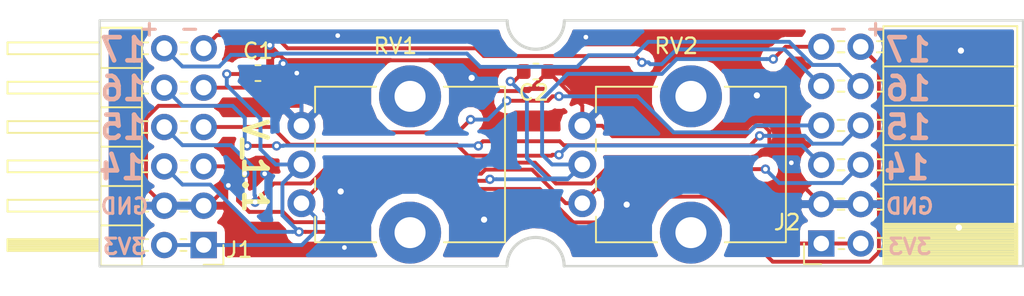
<source format=kicad_pcb>
(kicad_pcb (version 20171130) (host pcbnew 5.0.2+dfsg1-1)

  (general
    (thickness 1.6)
    (drawings 25)
    (tracks 254)
    (zones 0)
    (modules 6)
    (nets 11)
  )

  (page A4)
  (layers
    (0 F.Cu signal)
    (31 B.Cu signal)
    (32 B.Adhes user)
    (33 F.Adhes user)
    (34 B.Paste user)
    (35 F.Paste user)
    (36 B.SilkS user)
    (37 F.SilkS user)
    (38 B.Mask user)
    (39 F.Mask user)
    (40 Dwgs.User user)
    (41 Cmts.User user)
    (42 Eco1.User user)
    (43 Eco2.User user)
    (44 Edge.Cuts user)
    (45 Margin user)
    (46 B.CrtYd user)
    (47 F.CrtYd user hide)
    (48 B.Fab user)
    (49 F.Fab user)
  )

  (setup
    (last_trace_width 0.25)
    (trace_clearance 0.2)
    (zone_clearance 0.508)
    (zone_45_only no)
    (trace_min 0.2)
    (segment_width 0.2)
    (edge_width 0.15)
    (via_size 0.8)
    (via_drill 0.4)
    (via_min_size 0.4)
    (via_min_drill 0.3)
    (user_via 0.6 0.3)
    (uvia_size 0.3)
    (uvia_drill 0.1)
    (uvias_allowed no)
    (uvia_min_size 0.2)
    (uvia_min_drill 0.1)
    (pcb_text_width 0.3)
    (pcb_text_size 1.5 1.5)
    (mod_edge_width 0.15)
    (mod_text_size 1 1)
    (mod_text_width 0.15)
    (pad_size 1.524 1.524)
    (pad_drill 0.762)
    (pad_to_mask_clearance 0.051)
    (solder_mask_min_width 0.25)
    (aux_axis_origin 0 0)
    (visible_elements FFFFFF7F)
    (pcbplotparams
      (layerselection 0x010fc_ffffffff)
      (usegerberextensions false)
      (usegerberattributes false)
      (usegerberadvancedattributes false)
      (creategerberjobfile false)
      (excludeedgelayer true)
      (linewidth 0.100000)
      (plotframeref false)
      (viasonmask false)
      (mode 1)
      (useauxorigin false)
      (hpglpennumber 1)
      (hpglpenspeed 20)
      (hpglpendiameter 15.000000)
      (psnegative false)
      (psa4output false)
      (plotreference true)
      (plotvalue true)
      (plotinvisibletext false)
      (padsonsilk false)
      (subtractmaskfromsilk false)
      (outputformat 1)
      (mirror false)
      (drillshape 0)
      (scaleselection 1)
      (outputdirectory "Gerbers/"))
  )

  (net 0 "")
  (net 1 GN14)
  (net 2 GND)
  (net 3 GP14)
  (net 4 GN15)
  (net 5 GP15)
  (net 6 GN16)
  (net 7 GP16)
  (net 8 GN17)
  (net 9 GP17)
  (net 10 +3V3)

  (net_class Default "This is the default net class."
    (clearance 0.2)
    (trace_width 0.25)
    (via_dia 0.8)
    (via_drill 0.4)
    (uvia_dia 0.3)
    (uvia_drill 0.1)
    (add_net +3V3)
    (add_net GN14)
    (add_net GN15)
    (add_net GN16)
    (add_net GN17)
    (add_net GND)
    (add_net GP14)
    (add_net GP15)
    (add_net GP16)
    (add_net GP17)
  )

  (module Capacitor_SMD:C_0603_1608Metric (layer F.Cu) (tedit 5B301BBE) (tstamp 5E9699C5)
    (at 125.8 54)
    (descr "Capacitor SMD 0603 (1608 Metric), square (rectangular) end terminal, IPC_7351 nominal, (Body size source: http://www.tortai-tech.com/upload/download/2011102023233369053.pdf), generated with kicad-footprint-generator")
    (tags capacitor)
    (path /5E8A1F3F)
    (attr smd)
    (fp_text reference C1 (at 0 -1.43) (layer F.SilkS)
      (effects (font (size 1 1) (thickness 0.15)))
    )
    (fp_text value C (at 0.1 0) (layer F.Fab)
      (effects (font (size 1 1) (thickness 0.15)))
    )
    (fp_line (start -0.8 0.4) (end -0.8 -0.4) (layer F.Fab) (width 0.1))
    (fp_line (start -0.8 -0.4) (end 0.8 -0.4) (layer F.Fab) (width 0.1))
    (fp_line (start 0.8 -0.4) (end 0.8 0.4) (layer F.Fab) (width 0.1))
    (fp_line (start 0.8 0.4) (end -0.8 0.4) (layer F.Fab) (width 0.1))
    (fp_line (start -0.162779 -0.51) (end 0.162779 -0.51) (layer F.SilkS) (width 0.12))
    (fp_line (start -0.162779 0.51) (end 0.162779 0.51) (layer F.SilkS) (width 0.12))
    (fp_line (start -1.48 0.73) (end -1.48 -0.73) (layer F.CrtYd) (width 0.05))
    (fp_line (start -1.48 -0.73) (end 1.48 -0.73) (layer F.CrtYd) (width 0.05))
    (fp_line (start 1.48 -0.73) (end 1.48 0.73) (layer F.CrtYd) (width 0.05))
    (fp_line (start 1.48 0.73) (end -1.48 0.73) (layer F.CrtYd) (width 0.05))
    (fp_text user %R (at 0 0) (layer F.Fab)
      (effects (font (size 0.4 0.4) (thickness 0.06)))
    )
    (pad 1 smd roundrect (at -0.7875 0) (size 0.875 0.95) (layers F.Cu F.Paste F.Mask) (roundrect_rratio 0.25)
      (net 3 GP14))
    (pad 2 smd roundrect (at 0.7875 0) (size 0.875 0.95) (layers F.Cu F.Paste F.Mask) (roundrect_rratio 0.25)
      (net 2 GND))
    (model ${KISYS3DMOD}/Capacitor_SMD.3dshapes/C_0603_1608Metric.wrl
      (at (xyz 0 0 0))
      (scale (xyz 1 1 1))
      (rotate (xyz 0 0 0))
    )
  )

  (module Potentiometer_THT:Potentiometer_Alps_RK09K_Single_Vertical (layer F.Cu) (tedit 5A3D4993) (tstamp 5E96AFAC)
    (at 146.7 62.4)
    (descr "Potentiometer, vertical, Alps RK09K Single, http://www.alps.com/prod/info/E/HTML/Potentiometer/RotaryPotentiometers/RK09K/RK09K_list.html")
    (tags "Potentiometer vertical Alps RK09K Single")
    (path /5E8A1F50)
    (fp_text reference RV2 (at 6.05 -10.15) (layer F.SilkS)
      (effects (font (size 1 1) (thickness 0.15)))
    )
    (fp_text value R_POT (at 6.05 5.15) (layer F.Fab)
      (effects (font (size 1 1) (thickness 0.15)))
    )
    (fp_circle (center 7.5 -2.5) (end 10.5 -2.5) (layer F.Fab) (width 0.1))
    (fp_line (start 1 -7.4) (end 1 2.4) (layer F.Fab) (width 0.1))
    (fp_line (start 1 2.4) (end 13 2.4) (layer F.Fab) (width 0.1))
    (fp_line (start 13 2.4) (end 13 -7.4) (layer F.Fab) (width 0.1))
    (fp_line (start 13 -7.4) (end 1 -7.4) (layer F.Fab) (width 0.1))
    (fp_line (start 0.88 -7.521) (end 4.817 -7.521) (layer F.SilkS) (width 0.12))
    (fp_line (start 9.184 -7.521) (end 13.12 -7.521) (layer F.SilkS) (width 0.12))
    (fp_line (start 0.88 2.52) (end 4.817 2.52) (layer F.SilkS) (width 0.12))
    (fp_line (start 9.184 2.52) (end 13.12 2.52) (layer F.SilkS) (width 0.12))
    (fp_line (start 0.88 -7.521) (end 0.88 -5.871) (layer F.SilkS) (width 0.12))
    (fp_line (start 0.88 -4.129) (end 0.88 -3.37) (layer F.SilkS) (width 0.12))
    (fp_line (start 0.88 -1.629) (end 0.88 -0.87) (layer F.SilkS) (width 0.12))
    (fp_line (start 0.88 0.87) (end 0.88 2.52) (layer F.SilkS) (width 0.12))
    (fp_line (start 13.12 -7.521) (end 13.12 2.52) (layer F.SilkS) (width 0.12))
    (fp_line (start -1.15 -9.15) (end -1.15 4.15) (layer F.CrtYd) (width 0.05))
    (fp_line (start -1.15 4.15) (end 13.25 4.15) (layer F.CrtYd) (width 0.05))
    (fp_line (start 13.25 4.15) (end 13.25 -9.15) (layer F.CrtYd) (width 0.05))
    (fp_line (start 13.25 -9.15) (end -1.15 -9.15) (layer F.CrtYd) (width 0.05))
    (fp_text user %R (at 2 -2.5 90) (layer F.Fab)
      (effects (font (size 1 1) (thickness 0.15)))
    )
    (pad 3 thru_hole circle (at 0 -5) (size 1.8 1.8) (drill 1) (layers *.Cu *.Mask)
      (net 2 GND))
    (pad 2 thru_hole circle (at 0 -2.5) (size 1.8 1.8) (drill 1) (layers *.Cu *.Mask)
      (net 1 GN14))
    (pad 1 thru_hole circle (at 0 0) (size 1.8 1.8) (drill 1) (layers *.Cu *.Mask)
      (net 10 +3V3))
    (pad "" np_thru_hole circle (at 7 -6.9) (size 4 4) (drill 2) (layers *.Cu *.Mask))
    (pad "" np_thru_hole circle (at 7 1.9) (size 4 4) (drill 2) (layers *.Cu *.Mask))
    (model /media/internal/FPGA/ulx3s-PMOD/parts/RK09K1130/RK09K1130-15.STEP
      (offset (xyz 7 2.5 5))
      (scale (xyz 1 1 1))
      (rotate (xyz 180 0 -90))
    )
  )

  (module Connector_PinHeader_2.54mm:PinHeader_2x06_P2.54mm_Horizontal (layer F.Cu) (tedit 59FED5CB) (tstamp 5E96B2F6)
    (at 122.3 65.1 180)
    (descr "Through hole angled pin header, 2x06, 2.54mm pitch, 6mm pin length, double rows")
    (tags "Through hole angled pin header THT 2x06 2.54mm double row")
    (path /5E89EAC3)
    (fp_text reference J1 (at -2.29 -0.31 180) (layer F.SilkS)
      (effects (font (size 1 1) (thickness 0.15)))
    )
    (fp_text value POT_PMOD (at 5.655 14.97 180) (layer F.Fab)
      (effects (font (size 1 1) (thickness 0.15)))
    )
    (fp_line (start 4.675 -1.27) (end 6.58 -1.27) (layer F.Fab) (width 0.1))
    (fp_line (start 6.58 -1.27) (end 6.58 13.97) (layer F.Fab) (width 0.1))
    (fp_line (start 6.58 13.97) (end 4.04 13.97) (layer F.Fab) (width 0.1))
    (fp_line (start 4.04 13.97) (end 4.04 -0.635) (layer F.Fab) (width 0.1))
    (fp_line (start 4.04 -0.635) (end 4.675 -1.27) (layer F.Fab) (width 0.1))
    (fp_line (start -0.32 -0.32) (end 4.04 -0.32) (layer F.Fab) (width 0.1))
    (fp_line (start -0.32 -0.32) (end -0.32 0.32) (layer F.Fab) (width 0.1))
    (fp_line (start -0.32 0.32) (end 4.04 0.32) (layer F.Fab) (width 0.1))
    (fp_line (start 6.58 -0.32) (end 12.58 -0.32) (layer F.Fab) (width 0.1))
    (fp_line (start 12.58 -0.32) (end 12.58 0.32) (layer F.Fab) (width 0.1))
    (fp_line (start 6.58 0.32) (end 12.58 0.32) (layer F.Fab) (width 0.1))
    (fp_line (start -0.32 2.22) (end 4.04 2.22) (layer F.Fab) (width 0.1))
    (fp_line (start -0.32 2.22) (end -0.32 2.86) (layer F.Fab) (width 0.1))
    (fp_line (start -0.32 2.86) (end 4.04 2.86) (layer F.Fab) (width 0.1))
    (fp_line (start 6.58 2.22) (end 12.58 2.22) (layer F.Fab) (width 0.1))
    (fp_line (start 12.58 2.22) (end 12.58 2.86) (layer F.Fab) (width 0.1))
    (fp_line (start 6.58 2.86) (end 12.58 2.86) (layer F.Fab) (width 0.1))
    (fp_line (start -0.32 4.76) (end 4.04 4.76) (layer F.Fab) (width 0.1))
    (fp_line (start -0.32 4.76) (end -0.32 5.4) (layer F.Fab) (width 0.1))
    (fp_line (start -0.32 5.4) (end 4.04 5.4) (layer F.Fab) (width 0.1))
    (fp_line (start 6.58 4.76) (end 12.58 4.76) (layer F.Fab) (width 0.1))
    (fp_line (start 12.58 4.76) (end 12.58 5.4) (layer F.Fab) (width 0.1))
    (fp_line (start 6.58 5.4) (end 12.58 5.4) (layer F.Fab) (width 0.1))
    (fp_line (start -0.32 7.3) (end 4.04 7.3) (layer F.Fab) (width 0.1))
    (fp_line (start -0.32 7.3) (end -0.32 7.94) (layer F.Fab) (width 0.1))
    (fp_line (start -0.32 7.94) (end 4.04 7.94) (layer F.Fab) (width 0.1))
    (fp_line (start 6.58 7.3) (end 12.58 7.3) (layer F.Fab) (width 0.1))
    (fp_line (start 12.58 7.3) (end 12.58 7.94) (layer F.Fab) (width 0.1))
    (fp_line (start 6.58 7.94) (end 12.58 7.94) (layer F.Fab) (width 0.1))
    (fp_line (start -0.32 9.84) (end 4.04 9.84) (layer F.Fab) (width 0.1))
    (fp_line (start -0.32 9.84) (end -0.32 10.48) (layer F.Fab) (width 0.1))
    (fp_line (start -0.32 10.48) (end 4.04 10.48) (layer F.Fab) (width 0.1))
    (fp_line (start 6.58 9.84) (end 12.58 9.84) (layer F.Fab) (width 0.1))
    (fp_line (start 12.58 9.84) (end 12.58 10.48) (layer F.Fab) (width 0.1))
    (fp_line (start 6.58 10.48) (end 12.58 10.48) (layer F.Fab) (width 0.1))
    (fp_line (start -0.32 12.38) (end 4.04 12.38) (layer F.Fab) (width 0.1))
    (fp_line (start -0.32 12.38) (end -0.32 13.02) (layer F.Fab) (width 0.1))
    (fp_line (start -0.32 13.02) (end 4.04 13.02) (layer F.Fab) (width 0.1))
    (fp_line (start 6.58 12.38) (end 12.58 12.38) (layer F.Fab) (width 0.1))
    (fp_line (start 12.58 12.38) (end 12.58 13.02) (layer F.Fab) (width 0.1))
    (fp_line (start 6.58 13.02) (end 12.58 13.02) (layer F.Fab) (width 0.1))
    (fp_line (start 3.98 -1.33) (end 3.98 14.03) (layer F.SilkS) (width 0.12))
    (fp_line (start 3.98 14.03) (end 6.64 14.03) (layer F.SilkS) (width 0.12))
    (fp_line (start 6.64 14.03) (end 6.64 -1.33) (layer F.SilkS) (width 0.12))
    (fp_line (start 6.64 -1.33) (end 3.98 -1.33) (layer F.SilkS) (width 0.12))
    (fp_line (start 6.64 -0.38) (end 12.64 -0.38) (layer F.SilkS) (width 0.12))
    (fp_line (start 12.64 -0.38) (end 12.64 0.38) (layer F.SilkS) (width 0.12))
    (fp_line (start 12.64 0.38) (end 6.64 0.38) (layer F.SilkS) (width 0.12))
    (fp_line (start 6.64 -0.32) (end 12.64 -0.32) (layer F.SilkS) (width 0.12))
    (fp_line (start 6.64 -0.2) (end 12.64 -0.2) (layer F.SilkS) (width 0.12))
    (fp_line (start 6.64 -0.08) (end 12.64 -0.08) (layer F.SilkS) (width 0.12))
    (fp_line (start 6.64 0.04) (end 12.64 0.04) (layer F.SilkS) (width 0.12))
    (fp_line (start 6.64 0.16) (end 12.64 0.16) (layer F.SilkS) (width 0.12))
    (fp_line (start 6.64 0.28) (end 12.64 0.28) (layer F.SilkS) (width 0.12))
    (fp_line (start 3.582929 -0.38) (end 3.98 -0.38) (layer F.SilkS) (width 0.12))
    (fp_line (start 3.582929 0.38) (end 3.98 0.38) (layer F.SilkS) (width 0.12))
    (fp_line (start 1.11 -0.38) (end 1.497071 -0.38) (layer F.SilkS) (width 0.12))
    (fp_line (start 1.11 0.38) (end 1.497071 0.38) (layer F.SilkS) (width 0.12))
    (fp_line (start 3.98 1.27) (end 6.64 1.27) (layer F.SilkS) (width 0.12))
    (fp_line (start 6.64 2.16) (end 12.64 2.16) (layer F.SilkS) (width 0.12))
    (fp_line (start 12.64 2.16) (end 12.64 2.92) (layer F.SilkS) (width 0.12))
    (fp_line (start 12.64 2.92) (end 6.64 2.92) (layer F.SilkS) (width 0.12))
    (fp_line (start 3.582929 2.16) (end 3.98 2.16) (layer F.SilkS) (width 0.12))
    (fp_line (start 3.582929 2.92) (end 3.98 2.92) (layer F.SilkS) (width 0.12))
    (fp_line (start 1.042929 2.16) (end 1.497071 2.16) (layer F.SilkS) (width 0.12))
    (fp_line (start 1.042929 2.92) (end 1.497071 2.92) (layer F.SilkS) (width 0.12))
    (fp_line (start 3.98 3.81) (end 6.64 3.81) (layer F.SilkS) (width 0.12))
    (fp_line (start 6.64 4.7) (end 12.64 4.7) (layer F.SilkS) (width 0.12))
    (fp_line (start 12.64 4.7) (end 12.64 5.46) (layer F.SilkS) (width 0.12))
    (fp_line (start 12.64 5.46) (end 6.64 5.46) (layer F.SilkS) (width 0.12))
    (fp_line (start 3.582929 4.7) (end 3.98 4.7) (layer F.SilkS) (width 0.12))
    (fp_line (start 3.582929 5.46) (end 3.98 5.46) (layer F.SilkS) (width 0.12))
    (fp_line (start 1.042929 4.7) (end 1.497071 4.7) (layer F.SilkS) (width 0.12))
    (fp_line (start 1.042929 5.46) (end 1.497071 5.46) (layer F.SilkS) (width 0.12))
    (fp_line (start 3.98 6.35) (end 6.64 6.35) (layer F.SilkS) (width 0.12))
    (fp_line (start 6.64 7.24) (end 12.64 7.24) (layer F.SilkS) (width 0.12))
    (fp_line (start 12.64 7.24) (end 12.64 8) (layer F.SilkS) (width 0.12))
    (fp_line (start 12.64 8) (end 6.64 8) (layer F.SilkS) (width 0.12))
    (fp_line (start 3.582929 7.24) (end 3.98 7.24) (layer F.SilkS) (width 0.12))
    (fp_line (start 3.582929 8) (end 3.98 8) (layer F.SilkS) (width 0.12))
    (fp_line (start 1.042929 7.24) (end 1.497071 7.24) (layer F.SilkS) (width 0.12))
    (fp_line (start 1.042929 8) (end 1.497071 8) (layer F.SilkS) (width 0.12))
    (fp_line (start 3.98 8.89) (end 6.64 8.89) (layer F.SilkS) (width 0.12))
    (fp_line (start 6.64 9.78) (end 12.64 9.78) (layer F.SilkS) (width 0.12))
    (fp_line (start 12.64 9.78) (end 12.64 10.54) (layer F.SilkS) (width 0.12))
    (fp_line (start 12.64 10.54) (end 6.64 10.54) (layer F.SilkS) (width 0.12))
    (fp_line (start 3.582929 9.78) (end 3.98 9.78) (layer F.SilkS) (width 0.12))
    (fp_line (start 3.582929 10.54) (end 3.98 10.54) (layer F.SilkS) (width 0.12))
    (fp_line (start 1.042929 9.78) (end 1.497071 9.78) (layer F.SilkS) (width 0.12))
    (fp_line (start 1.042929 10.54) (end 1.497071 10.54) (layer F.SilkS) (width 0.12))
    (fp_line (start 3.98 11.43) (end 6.64 11.43) (layer F.SilkS) (width 0.12))
    (fp_line (start 6.64 12.32) (end 12.64 12.32) (layer F.SilkS) (width 0.12))
    (fp_line (start 12.64 12.32) (end 12.64 13.08) (layer F.SilkS) (width 0.12))
    (fp_line (start 12.64 13.08) (end 6.64 13.08) (layer F.SilkS) (width 0.12))
    (fp_line (start 3.582929 12.32) (end 3.98 12.32) (layer F.SilkS) (width 0.12))
    (fp_line (start 3.582929 13.08) (end 3.98 13.08) (layer F.SilkS) (width 0.12))
    (fp_line (start 1.042929 12.32) (end 1.497071 12.32) (layer F.SilkS) (width 0.12))
    (fp_line (start 1.042929 13.08) (end 1.497071 13.08) (layer F.SilkS) (width 0.12))
    (fp_line (start -1.27 0) (end -1.27 -1.27) (layer F.SilkS) (width 0.12))
    (fp_line (start -1.27 -1.27) (end 0 -1.27) (layer F.SilkS) (width 0.12))
    (fp_line (start -1.8 -1.8) (end -1.8 14.5) (layer F.CrtYd) (width 0.05))
    (fp_line (start -1.8 14.5) (end 13.1 14.5) (layer F.CrtYd) (width 0.05))
    (fp_line (start 13.1 14.5) (end 13.1 -1.8) (layer F.CrtYd) (width 0.05))
    (fp_line (start 13.1 -1.8) (end -1.8 -1.8) (layer F.CrtYd) (width 0.05))
    (fp_text user %R (at 5.31 6.35 270) (layer F.Fab)
      (effects (font (size 1 1) (thickness 0.15)))
    )
    (pad 1 thru_hole rect (at 0 0 180) (size 1.7 1.7) (drill 1) (layers *.Cu *.Mask)
      (net 10 +3V3))
    (pad 2 thru_hole oval (at 2.54 0 180) (size 1.7 1.7) (drill 1) (layers *.Cu *.Mask)
      (net 10 +3V3))
    (pad 3 thru_hole oval (at 0 2.54 180) (size 1.7 1.7) (drill 1) (layers *.Cu *.Mask)
      (net 2 GND))
    (pad 4 thru_hole oval (at 2.54 2.54 180) (size 1.7 1.7) (drill 1) (layers *.Cu *.Mask)
      (net 2 GND))
    (pad 5 thru_hole oval (at 0 5.08 180) (size 1.7 1.7) (drill 1) (layers *.Cu *.Mask)
      (net 1 GN14))
    (pad 6 thru_hole oval (at 2.54 5.08 180) (size 1.7 1.7) (drill 1) (layers *.Cu *.Mask)
      (net 3 GP14))
    (pad 7 thru_hole oval (at 0 7.62 180) (size 1.7 1.7) (drill 1) (layers *.Cu *.Mask)
      (net 4 GN15))
    (pad 8 thru_hole oval (at 2.54 7.62 180) (size 1.7 1.7) (drill 1) (layers *.Cu *.Mask)
      (net 5 GP15))
    (pad 9 thru_hole oval (at 0 10.16 180) (size 1.7 1.7) (drill 1) (layers *.Cu *.Mask)
      (net 6 GN16))
    (pad 10 thru_hole oval (at 2.54 10.16 180) (size 1.7 1.7) (drill 1) (layers *.Cu *.Mask)
      (net 7 GP16))
    (pad 11 thru_hole oval (at 0 12.7 180) (size 1.7 1.7) (drill 1) (layers *.Cu *.Mask)
      (net 8 GN17))
    (pad 12 thru_hole oval (at 2.54 12.7 180) (size 1.7 1.7) (drill 1) (layers *.Cu *.Mask)
      (net 9 GP17))
    (model ${KISYS3DMOD}/Connector_PinHeader_2.54mm.3dshapes/PinHeader_2x06_P2.54mm_Horizontal.wrl
      (at (xyz 0 0 0))
      (scale (xyz 1 1 1))
      (rotate (xyz 0 0 0))
    )
  )

  (module Connector_PinSocket_2.54mm:PinSocket_2x06_P2.54mm_Horizontal (layer F.Cu) (tedit 5A19A42C) (tstamp 5E967809)
    (at 162.1 65 180)
    (descr "Through hole angled socket strip, 2x06, 2.54mm pitch, 8.51mm socket length, double cols (from Kicad 4.0.7), script generated")
    (tags "Through hole angled socket strip THT 2x06 2.54mm double row")
    (path /5E89FAED)
    (fp_text reference J2 (at 2.2 1.37 180) (layer F.SilkS)
      (effects (font (size 1 1) (thickness 0.15)))
    )
    (fp_text value EXT_PMOD (at -12.1 7 270) (layer F.Fab)
      (effects (font (size 1 1) (thickness 0.15)))
    )
    (fp_line (start -12.57 -1.27) (end -5.03 -1.27) (layer F.Fab) (width 0.1))
    (fp_line (start -5.03 -1.27) (end -4.06 -0.3) (layer F.Fab) (width 0.1))
    (fp_line (start -4.06 -0.3) (end -4.06 13.97) (layer F.Fab) (width 0.1))
    (fp_line (start -4.06 13.97) (end -12.57 13.97) (layer F.Fab) (width 0.1))
    (fp_line (start -12.57 13.97) (end -12.57 -1.27) (layer F.Fab) (width 0.1))
    (fp_line (start 0 -0.3) (end -4.06 -0.3) (layer F.Fab) (width 0.1))
    (fp_line (start -4.06 0.3) (end 0 0.3) (layer F.Fab) (width 0.1))
    (fp_line (start 0 0.3) (end 0 -0.3) (layer F.Fab) (width 0.1))
    (fp_line (start 0 2.24) (end -4.06 2.24) (layer F.Fab) (width 0.1))
    (fp_line (start -4.06 2.84) (end 0 2.84) (layer F.Fab) (width 0.1))
    (fp_line (start 0 2.84) (end 0 2.24) (layer F.Fab) (width 0.1))
    (fp_line (start 0 4.78) (end -4.06 4.78) (layer F.Fab) (width 0.1))
    (fp_line (start -4.06 5.38) (end 0 5.38) (layer F.Fab) (width 0.1))
    (fp_line (start 0 5.38) (end 0 4.78) (layer F.Fab) (width 0.1))
    (fp_line (start 0 7.32) (end -4.06 7.32) (layer F.Fab) (width 0.1))
    (fp_line (start -4.06 7.92) (end 0 7.92) (layer F.Fab) (width 0.1))
    (fp_line (start 0 7.92) (end 0 7.32) (layer F.Fab) (width 0.1))
    (fp_line (start 0 9.86) (end -4.06 9.86) (layer F.Fab) (width 0.1))
    (fp_line (start -4.06 10.46) (end 0 10.46) (layer F.Fab) (width 0.1))
    (fp_line (start 0 10.46) (end 0 9.86) (layer F.Fab) (width 0.1))
    (fp_line (start 0 12.4) (end -4.06 12.4) (layer F.Fab) (width 0.1))
    (fp_line (start -4.06 13) (end 0 13) (layer F.Fab) (width 0.1))
    (fp_line (start 0 13) (end 0 12.4) (layer F.Fab) (width 0.1))
    (fp_line (start -12.63 -1.21) (end -4 -1.21) (layer F.SilkS) (width 0.12))
    (fp_line (start -12.63 -1.091905) (end -4 -1.091905) (layer F.SilkS) (width 0.12))
    (fp_line (start -12.63 -0.97381) (end -4 -0.97381) (layer F.SilkS) (width 0.12))
    (fp_line (start -12.63 -0.855715) (end -4 -0.855715) (layer F.SilkS) (width 0.12))
    (fp_line (start -12.63 -0.73762) (end -4 -0.73762) (layer F.SilkS) (width 0.12))
    (fp_line (start -12.63 -0.619525) (end -4 -0.619525) (layer F.SilkS) (width 0.12))
    (fp_line (start -12.63 -0.50143) (end -4 -0.50143) (layer F.SilkS) (width 0.12))
    (fp_line (start -12.63 -0.383335) (end -4 -0.383335) (layer F.SilkS) (width 0.12))
    (fp_line (start -12.63 -0.26524) (end -4 -0.26524) (layer F.SilkS) (width 0.12))
    (fp_line (start -12.63 -0.147145) (end -4 -0.147145) (layer F.SilkS) (width 0.12))
    (fp_line (start -12.63 -0.02905) (end -4 -0.02905) (layer F.SilkS) (width 0.12))
    (fp_line (start -12.63 0.089045) (end -4 0.089045) (layer F.SilkS) (width 0.12))
    (fp_line (start -12.63 0.20714) (end -4 0.20714) (layer F.SilkS) (width 0.12))
    (fp_line (start -12.63 0.325235) (end -4 0.325235) (layer F.SilkS) (width 0.12))
    (fp_line (start -12.63 0.44333) (end -4 0.44333) (layer F.SilkS) (width 0.12))
    (fp_line (start -12.63 0.561425) (end -4 0.561425) (layer F.SilkS) (width 0.12))
    (fp_line (start -12.63 0.67952) (end -4 0.67952) (layer F.SilkS) (width 0.12))
    (fp_line (start -12.63 0.797615) (end -4 0.797615) (layer F.SilkS) (width 0.12))
    (fp_line (start -12.63 0.91571) (end -4 0.91571) (layer F.SilkS) (width 0.12))
    (fp_line (start -12.63 1.033805) (end -4 1.033805) (layer F.SilkS) (width 0.12))
    (fp_line (start -12.63 1.1519) (end -4 1.1519) (layer F.SilkS) (width 0.12))
    (fp_line (start -4 -0.36) (end -3.59 -0.36) (layer F.SilkS) (width 0.12))
    (fp_line (start -1.49 -0.36) (end -1.11 -0.36) (layer F.SilkS) (width 0.12))
    (fp_line (start -4 0.36) (end -3.59 0.36) (layer F.SilkS) (width 0.12))
    (fp_line (start -1.49 0.36) (end -1.11 0.36) (layer F.SilkS) (width 0.12))
    (fp_line (start -4 2.18) (end -3.59 2.18) (layer F.SilkS) (width 0.12))
    (fp_line (start -1.49 2.18) (end -1.05 2.18) (layer F.SilkS) (width 0.12))
    (fp_line (start -4 2.9) (end -3.59 2.9) (layer F.SilkS) (width 0.12))
    (fp_line (start -1.49 2.9) (end -1.05 2.9) (layer F.SilkS) (width 0.12))
    (fp_line (start -4 4.72) (end -3.59 4.72) (layer F.SilkS) (width 0.12))
    (fp_line (start -1.49 4.72) (end -1.05 4.72) (layer F.SilkS) (width 0.12))
    (fp_line (start -4 5.44) (end -3.59 5.44) (layer F.SilkS) (width 0.12))
    (fp_line (start -1.49 5.44) (end -1.05 5.44) (layer F.SilkS) (width 0.12))
    (fp_line (start -4 7.26) (end -3.59 7.26) (layer F.SilkS) (width 0.12))
    (fp_line (start -1.49 7.26) (end -1.05 7.26) (layer F.SilkS) (width 0.12))
    (fp_line (start -4 7.98) (end -3.59 7.98) (layer F.SilkS) (width 0.12))
    (fp_line (start -1.49 7.98) (end -1.05 7.98) (layer F.SilkS) (width 0.12))
    (fp_line (start -4 9.8) (end -3.59 9.8) (layer F.SilkS) (width 0.12))
    (fp_line (start -1.49 9.8) (end -1.05 9.8) (layer F.SilkS) (width 0.12))
    (fp_line (start -4 10.52) (end -3.59 10.52) (layer F.SilkS) (width 0.12))
    (fp_line (start -1.49 10.52) (end -1.05 10.52) (layer F.SilkS) (width 0.12))
    (fp_line (start -4 12.34) (end -3.59 12.34) (layer F.SilkS) (width 0.12))
    (fp_line (start -1.49 12.34) (end -1.05 12.34) (layer F.SilkS) (width 0.12))
    (fp_line (start -4 13.06) (end -3.59 13.06) (layer F.SilkS) (width 0.12))
    (fp_line (start -1.49 13.06) (end -1.05 13.06) (layer F.SilkS) (width 0.12))
    (fp_line (start -12.63 1.27) (end -4 1.27) (layer F.SilkS) (width 0.12))
    (fp_line (start -12.63 3.81) (end -4 3.81) (layer F.SilkS) (width 0.12))
    (fp_line (start -12.63 6.35) (end -4 6.35) (layer F.SilkS) (width 0.12))
    (fp_line (start -12.63 8.89) (end -4 8.89) (layer F.SilkS) (width 0.12))
    (fp_line (start -12.63 11.43) (end -4 11.43) (layer F.SilkS) (width 0.12))
    (fp_line (start -12.63 -1.33) (end -4 -1.33) (layer F.SilkS) (width 0.12))
    (fp_line (start -4 -1.33) (end -4 14.03) (layer F.SilkS) (width 0.12))
    (fp_line (start -12.63 14.03) (end -4 14.03) (layer F.SilkS) (width 0.12))
    (fp_line (start -12.63 -1.33) (end -12.63 14.03) (layer F.SilkS) (width 0.12))
    (fp_line (start 1.11 -1.33) (end 1.11 0) (layer F.SilkS) (width 0.12))
    (fp_line (start 0 -1.33) (end 1.11 -1.33) (layer F.SilkS) (width 0.12))
    (fp_line (start 1.8 -1.8) (end -13.05 -1.8) (layer F.CrtYd) (width 0.05))
    (fp_line (start -13.05 -1.8) (end -13.05 14.45) (layer F.CrtYd) (width 0.05))
    (fp_line (start -13.05 14.45) (end 1.8 14.45) (layer F.CrtYd) (width 0.05))
    (fp_line (start 1.8 14.45) (end 1.8 -1.8) (layer F.CrtYd) (width 0.05))
    (fp_text user %R (at -8.315 6.35 270) (layer F.Fab)
      (effects (font (size 1 1) (thickness 0.15)))
    )
    (pad 1 thru_hole rect (at 0 0 180) (size 1.7 1.7) (drill 1) (layers *.Cu *.Mask)
      (net 10 +3V3))
    (pad 2 thru_hole oval (at -2.54 0 180) (size 1.7 1.7) (drill 1) (layers *.Cu *.Mask)
      (net 10 +3V3))
    (pad 3 thru_hole oval (at 0 2.54 180) (size 1.7 1.7) (drill 1) (layers *.Cu *.Mask)
      (net 2 GND))
    (pad 4 thru_hole oval (at -2.54 2.54 180) (size 1.7 1.7) (drill 1) (layers *.Cu *.Mask)
      (net 2 GND))
    (pad 5 thru_hole oval (at 0 5.08 180) (size 1.7 1.7) (drill 1) (layers *.Cu *.Mask)
      (net 4 GN15))
    (pad 6 thru_hole oval (at -2.54 5.08 180) (size 1.7 1.7) (drill 1) (layers *.Cu *.Mask)
      (net 5 GP15))
    (pad 7 thru_hole oval (at 0 7.62 180) (size 1.7 1.7) (drill 1) (layers *.Cu *.Mask)
      (net 6 GN16))
    (pad 8 thru_hole oval (at -2.54 7.62 180) (size 1.7 1.7) (drill 1) (layers *.Cu *.Mask)
      (net 7 GP16))
    (pad 9 thru_hole oval (at 0 10.16 180) (size 1.7 1.7) (drill 1) (layers *.Cu *.Mask)
      (net 8 GN17))
    (pad 10 thru_hole oval (at -2.54 10.16 180) (size 1.7 1.7) (drill 1) (layers *.Cu *.Mask)
      (net 9 GP17))
    (pad 11 thru_hole oval (at 0 12.7 180) (size 1.7 1.7) (drill 1) (layers *.Cu *.Mask)
      (net 1 GN14))
    (pad 12 thru_hole oval (at -2.54 12.7 180) (size 1.7 1.7) (drill 1) (layers *.Cu *.Mask)
      (net 3 GP14))
    (model ${KISYS3DMOD}/Connector_PinSocket_2.54mm.3dshapes/PinSocket_2x06_P2.54mm_Horizontal.wrl
      (at (xyz 0 0 0))
      (scale (xyz 1 1 1))
      (rotate (xyz 0 0 0))
    )
  )

  (module Potentiometer_THT:Potentiometer_Alps_RK09K_Single_Vertical (layer F.Cu) (tedit 5A3D4993) (tstamp 5E8C64BF)
    (at 128.6 62.4)
    (descr "Potentiometer, vertical, Alps RK09K Single, http://www.alps.com/prod/info/E/HTML/Potentiometer/RotaryPotentiometers/RK09K/RK09K_list.html")
    (tags "Potentiometer vertical Alps RK09K Single")
    (path /5E8A1F2F)
    (fp_text reference RV1 (at 6.05 -10.15) (layer F.SilkS)
      (effects (font (size 1 1) (thickness 0.15)))
    )
    (fp_text value R_POT (at 6.05 5.15) (layer F.Fab)
      (effects (font (size 1 1) (thickness 0.15)))
    )
    (fp_circle (center 7.5 -2.5) (end 10.5 -2.5) (layer F.Fab) (width 0.1))
    (fp_line (start 1 -7.4) (end 1 2.4) (layer F.Fab) (width 0.1))
    (fp_line (start 1 2.4) (end 13 2.4) (layer F.Fab) (width 0.1))
    (fp_line (start 13 2.4) (end 13 -7.4) (layer F.Fab) (width 0.1))
    (fp_line (start 13 -7.4) (end 1 -7.4) (layer F.Fab) (width 0.1))
    (fp_line (start 0.88 -7.521) (end 4.817 -7.521) (layer F.SilkS) (width 0.12))
    (fp_line (start 9.184 -7.521) (end 13.12 -7.521) (layer F.SilkS) (width 0.12))
    (fp_line (start 0.88 2.52) (end 4.817 2.52) (layer F.SilkS) (width 0.12))
    (fp_line (start 9.184 2.52) (end 13.12 2.52) (layer F.SilkS) (width 0.12))
    (fp_line (start 0.88 -7.521) (end 0.88 -5.871) (layer F.SilkS) (width 0.12))
    (fp_line (start 0.88 -4.129) (end 0.88 -3.37) (layer F.SilkS) (width 0.12))
    (fp_line (start 0.88 -1.629) (end 0.88 -0.87) (layer F.SilkS) (width 0.12))
    (fp_line (start 0.88 0.87) (end 0.88 2.52) (layer F.SilkS) (width 0.12))
    (fp_line (start 13.12 -7.521) (end 13.12 2.52) (layer F.SilkS) (width 0.12))
    (fp_line (start -1.15 -9.15) (end -1.15 4.15) (layer F.CrtYd) (width 0.05))
    (fp_line (start -1.15 4.15) (end 13.25 4.15) (layer F.CrtYd) (width 0.05))
    (fp_line (start 13.25 4.15) (end 13.25 -9.15) (layer F.CrtYd) (width 0.05))
    (fp_line (start 13.25 -9.15) (end -1.15 -9.15) (layer F.CrtYd) (width 0.05))
    (fp_text user %R (at 2 -2.5 90) (layer F.Fab)
      (effects (font (size 1 1) (thickness 0.15)))
    )
    (pad 3 thru_hole circle (at 0 -5) (size 1.8 1.8) (drill 1) (layers *.Cu *.Mask)
      (net 2 GND))
    (pad 2 thru_hole circle (at 0 -2.5) (size 1.8 1.8) (drill 1) (layers *.Cu *.Mask)
      (net 3 GP14))
    (pad 1 thru_hole circle (at 0 0) (size 1.8 1.8) (drill 1) (layers *.Cu *.Mask)
      (net 10 +3V3))
    (pad "" np_thru_hole circle (at 7 -6.9) (size 4 4) (drill 2) (layers *.Cu *.Mask))
    (pad "" np_thru_hole circle (at 7 1.9) (size 4 4) (drill 2) (layers *.Cu *.Mask))
    (model /media/internal/FPGA/ulx3s-PMOD/parts/RK09K1130/RK09K1130-15.STEP
      (offset (xyz 7 2.5 5.5))
      (scale (xyz 1 1 1))
      (rotate (xyz 180 0 -90))
    )
  )

  (module Capacitor_SMD:C_0603_1608Metric (layer F.Cu) (tedit 5B301BBE) (tstamp 5E967B49)
    (at 143.7125 53.9)
    (descr "Capacitor SMD 0603 (1608 Metric), square (rectangular) end terminal, IPC_7351 nominal, (Body size source: http://www.tortai-tech.com/upload/download/2011102023233369053.pdf), generated with kicad-footprint-generator")
    (tags capacitor)
    (path /5E8A1F60)
    (attr smd)
    (fp_text reference C2 (at -0.1425 1.36) (layer F.SilkS)
      (effects (font (size 1 1) (thickness 0.15)))
    )
    (fp_text value C (at -0.1 0) (layer F.Fab)
      (effects (font (size 1 1) (thickness 0.15)))
    )
    (fp_line (start -0.8 0.4) (end -0.8 -0.4) (layer F.Fab) (width 0.1))
    (fp_line (start -0.8 -0.4) (end 0.8 -0.4) (layer F.Fab) (width 0.1))
    (fp_line (start 0.8 -0.4) (end 0.8 0.4) (layer F.Fab) (width 0.1))
    (fp_line (start 0.8 0.4) (end -0.8 0.4) (layer F.Fab) (width 0.1))
    (fp_line (start -0.162779 -0.51) (end 0.162779 -0.51) (layer F.SilkS) (width 0.12))
    (fp_line (start -0.162779 0.51) (end 0.162779 0.51) (layer F.SilkS) (width 0.12))
    (fp_line (start -1.48 0.73) (end -1.48 -0.73) (layer F.CrtYd) (width 0.05))
    (fp_line (start -1.48 -0.73) (end 1.48 -0.73) (layer F.CrtYd) (width 0.05))
    (fp_line (start 1.48 -0.73) (end 1.48 0.73) (layer F.CrtYd) (width 0.05))
    (fp_line (start 1.48 0.73) (end -1.48 0.73) (layer F.CrtYd) (width 0.05))
    (fp_text user %R (at 0 0) (layer F.Fab)
      (effects (font (size 0.4 0.4) (thickness 0.06)))
    )
    (pad 1 smd roundrect (at -0.7875 0) (size 0.875 0.95) (layers F.Cu F.Paste F.Mask) (roundrect_rratio 0.25)
      (net 1 GN14))
    (pad 2 smd roundrect (at 0.7875 0) (size 0.875 0.95) (layers F.Cu F.Paste F.Mask) (roundrect_rratio 0.25)
      (net 2 GND))
    (model ${KISYS3DMOD}/Capacitor_SMD.3dshapes/C_0603_1608Metric.wrl
      (at (xyz 0 0 0))
      (scale (xyz 1 1 1))
      (rotate (xyz 0 0 0))
    )
  )

  (gr_line (start 145.52 66.46) (end 175.1 66.46) (layer Edge.Cuts) (width 0.15) (tstamp 5E8C63F7))
  (gr_line (start 145.53 50.6) (end 175.1 50.6) (layer Edge.Cuts) (width 0.15) (tstamp 5E8C5BCD))
  (gr_arc (start 143.7 50.62) (end 141.86 50.62) (angle -180) (layer Edge.Cuts) (width 0.2) (tstamp 5E8C5B1A))
  (gr_arc (start 143.69 66.45) (end 145.53 66.45) (angle -180) (layer Edge.Cuts) (width 0.2) (tstamp 5E8C5B4B))
  (gr_text V_1.1 (at 125.6 60.01 270) (layer F.SilkS)
    (effects (font (size 1.5 1.5) (thickness 0.3)))
  )
  (gr_text GND (at 167.8 62.6) (layer B.SilkS) (tstamp 5E96BD51)
    (effects (font (size 1 1) (thickness 0.2)) (justify mirror))
  )
  (gr_text + (at 165.6 51.1) (layer B.SilkS) (tstamp 5E96BD50)
    (effects (font (size 1 1) (thickness 0.2)) (justify mirror))
  )
  (gr_text 14 (at 167.6 60.1) (layer B.SilkS) (tstamp 5E96BD4F)
    (effects (font (size 1.5 1.5) (thickness 0.3)) (justify mirror))
  )
  (gr_text 17 (at 167.7 52.5) (layer B.SilkS) (tstamp 5E96BD4E)
    (effects (font (size 1.5 1.5) (thickness 0.3)) (justify mirror))
  )
  (gr_text 15 (at 167.7 57.5) (layer B.SilkS) (tstamp 5E96BD4D)
    (effects (font (size 1.5 1.5) (thickness 0.3)) (justify mirror))
  )
  (gr_text 3V3 (at 167.8 65.2) (layer B.SilkS) (tstamp 5E96BD4C)
    (effects (font (size 1 1) (thickness 0.2)) (justify mirror))
  )
  (gr_text - (at 163.2 51.1) (layer B.SilkS) (tstamp 5E96BD4B)
    (effects (font (size 1 1) (thickness 0.2)) (justify mirror))
  )
  (gr_text 16 (at 167.7 55) (layer B.SilkS) (tstamp 5E96BD4A)
    (effects (font (size 1.5 1.5) (thickness 0.3)) (justify mirror))
  )
  (gr_text - (at 121.4 51.1) (layer B.SilkS) (tstamp 5E96B87A)
    (effects (font (size 1 1) (thickness 0.2)) (justify mirror))
  )
  (gr_text + (at 118.8 51.1) (layer B.SilkS)
    (effects (font (size 1 1) (thickness 0.2)) (justify mirror))
  )
  (gr_text 3V3 (at 117.2 65.2) (layer B.SilkS) (tstamp 5E96B587)
    (effects (font (size 1 1) (thickness 0.2)) (justify mirror))
  )
  (gr_text GND (at 117.2 62.6) (layer B.SilkS) (tstamp 5E96B38B)
    (effects (font (size 1 1) (thickness 0.2)) (justify mirror))
  )
  (gr_text 14 (at 117 60.1) (layer B.SilkS) (tstamp 5E96AFEB)
    (effects (font (size 1.5 1.5) (thickness 0.3)) (justify mirror))
  )
  (gr_text 15 (at 117.1 57.5) (layer B.SilkS) (tstamp 5E96AF5D)
    (effects (font (size 1.5 1.5) (thickness 0.3)) (justify mirror))
  )
  (gr_text 16 (at 117.1 55) (layer B.SilkS) (tstamp 5E96AC36)
    (effects (font (size 1.5 1.5) (thickness 0.3)) (justify mirror))
  )
  (gr_text 17 (at 117.1 52.5) (layer B.SilkS)
    (effects (font (size 1.5 1.5) (thickness 0.3)) (justify mirror))
  )
  (gr_line (start 175.1 50.6) (end 175.1 66.46) (layer Edge.Cuts) (width 0.15))
  (gr_line (start 115.6 50.6) (end 141.86 50.6) (layer Edge.Cuts) (width 0.15))
  (gr_line (start 115.6 66.47) (end 115.6 50.6) (layer Edge.Cuts) (width 0.15))
  (gr_line (start 115.6 66.47) (end 141.85 66.47) (layer Edge.Cuts) (width 0.15))

  (via (at 130.94 51.58) (size 0.6) (drill 0.3) (layers F.Cu B.Cu) (net 2))
  (via (at 126.23 60.5) (size 0.6) (drill 0.3) (layers F.Cu B.Cu) (net 2))
  (segment (start 145.800001 60.799999) (end 146.7 59.9) (width 0.25) (layer B.Cu) (net 1))
  (segment (start 143.13 55.600326) (end 142.364703 54.835029) (width 0.25) (layer B.Cu) (net 1))
  (segment (start 142.364703 54.835029) (end 142.064704 54.53503) (width 0.25) (layer B.Cu) (net 1))
  (segment (start 142.925 53.9) (end 142.28997 54.53503) (width 0.25) (layer F.Cu) (net 1))
  (segment (start 143.13 59.49) (end 143.13 55.600326) (width 0.25) (layer B.Cu) (net 1))
  (segment (start 142.28997 54.53503) (end 142.064704 54.53503) (width 0.25) (layer F.Cu) (net 1))
  (segment (start 144.439999 60.799999) (end 143.13 59.49) (width 0.25) (layer B.Cu) (net 1))
  (segment (start 145.800001 60.799999) (end 144.439999 60.799999) (width 0.25) (layer B.Cu) (net 1))
  (via (at 142.064704 54.53503) (size 0.6) (drill 0.3) (layers F.Cu B.Cu) (net 1))
  (segment (start 146.7 59.9) (end 144.75 59.9) (width 0.25) (layer B.Cu) (net 1))
  (segment (start 162.1 52.3) (end 159.802153 52.3) (width 0.25) (layer F.Cu) (net 1))
  (segment (start 159.30712 52.795033) (end 159.007121 53.095032) (width 0.25) (layer F.Cu) (net 1))
  (segment (start 158.582857 53.095032) (end 159.007121 53.095032) (width 0.25) (layer B.Cu) (net 1))
  (segment (start 151.829202 54.050031) (end 152.784201 53.095032) (width 0.25) (layer B.Cu) (net 1))
  (segment (start 145.749201 54.050031) (end 151.829202 54.050031) (width 0.25) (layer B.Cu) (net 1))
  (via (at 159.007121 53.095032) (size 0.6) (drill 0.3) (layers F.Cu B.Cu) (net 1))
  (segment (start 144.11 59.26) (end 144.11 55.689232) (width 0.25) (layer B.Cu) (net 1))
  (segment (start 144.11 55.689232) (end 145.749201 54.050031) (width 0.25) (layer B.Cu) (net 1))
  (segment (start 144.75 59.9) (end 144.11 59.26) (width 0.25) (layer B.Cu) (net 1))
  (segment (start 159.802153 52.3) (end 159.30712 52.795033) (width 0.25) (layer F.Cu) (net 1))
  (segment (start 152.784201 53.095032) (end 158.582857 53.095032) (width 0.25) (layer B.Cu) (net 1))
  (via (at 140.747183 60.854979) (size 0.6) (drill 0.3) (layers F.Cu B.Cu) (net 1))
  (segment (start 145.745021 60.854979) (end 141.171447 60.854979) (width 0.25) (layer B.Cu) (net 1))
  (segment (start 141.171447 60.854979) (end 140.747183 60.854979) (width 0.25) (layer B.Cu) (net 1))
  (segment (start 145.800001 60.799999) (end 145.745021 60.854979) (width 0.25) (layer B.Cu) (net 1))
  (segment (start 122.3 60.02) (end 123.585004 60.02) (width 0.25) (layer F.Cu) (net 1))
  (segment (start 123.585004 60.02) (end 124.515002 60.949998) (width 0.25) (layer F.Cu) (net 1))
  (segment (start 124.515002 60.949998) (end 124.515002 62.235002) (width 0.25) (layer F.Cu) (net 1))
  (segment (start 124.515002 62.235002) (end 125.239988 62.959988) (width 0.25) (layer F.Cu) (net 1))
  (segment (start 133.732202 60.954977) (end 140.647185 60.954977) (width 0.25) (layer F.Cu) (net 1))
  (segment (start 131.062178 63.625001) (end 133.732202 60.954977) (width 0.25) (layer F.Cu) (net 1))
  (segment (start 128.078333 63.625001) (end 131.062178 63.625001) (width 0.25) (layer F.Cu) (net 1))
  (segment (start 140.647185 60.954977) (end 140.747183 60.854979) (width 0.25) (layer F.Cu) (net 1))
  (segment (start 127.41332 62.959988) (end 128.078333 63.625001) (width 0.25) (layer F.Cu) (net 1))
  (segment (start 125.239988 62.959988) (end 127.41332 62.959988) (width 0.25) (layer F.Cu) (net 1))
  (segment (start 122.3 62.56) (end 119.76 62.56) (width 0.25) (layer F.Cu) (net 2) (status 30))
  (segment (start 128.6 56.127208) (end 128.6 57.4) (width 0.25) (layer F.Cu) (net 2) (status 20))
  (segment (start 118.584999 56.915999) (end 119.385997 56.115001) (width 0.25) (layer F.Cu) (net 2))
  (segment (start 118.584999 61.384999) (end 118.584999 56.915999) (width 0.25) (layer F.Cu) (net 2))
  (segment (start 128.587793 56.115001) (end 128.6 56.127208) (width 0.25) (layer F.Cu) (net 2))
  (segment (start 119.385997 56.115001) (end 128.587793 56.115001) (width 0.25) (layer F.Cu) (net 2))
  (segment (start 119.76 62.56) (end 118.584999 61.384999) (width 0.25) (layer F.Cu) (net 2) (status 10))
  (via (at 128.3 54) (size 0.6) (drill 0.3) (layers F.Cu B.Cu) (net 2))
  (segment (start 128.6 57.4) (end 128.6 54.3) (width 0.25) (layer B.Cu) (net 2) (status 10))
  (segment (start 128.6 54.3) (end 128.3 54) (width 0.25) (layer B.Cu) (net 2))
  (segment (start 128.3 54) (end 126.5875 54) (width 0.25) (layer F.Cu) (net 2) (status 20))
  (segment (start 146.7 56.1) (end 144.5 53.9) (width 0.25) (layer F.Cu) (net 2) (status 20))
  (segment (start 146.7 57.4) (end 146.7 56.1) (width 0.25) (layer F.Cu) (net 2) (status 10))
  (segment (start 163.437919 62.46) (end 162.1 62.46) (width 0.25) (layer F.Cu) (net 2) (status 20))
  (segment (start 164.64 62.46) (end 163.437919 62.46) (width 0.25) (layer F.Cu) (net 2) (status 10))
  (segment (start 157.178893 58.074998) (end 157.828904 57.424987) (width 0.25) (layer F.Cu) (net 2))
  (segment (start 161.250001 61.610001) (end 162.1 62.46) (width 0.25) (layer F.Cu) (net 2) (status 30))
  (segment (start 158.753908 59.113908) (end 161.250001 61.610001) (width 0.25) (layer F.Cu) (net 2) (status 20))
  (segment (start 147.972792 57.4) (end 148.64779 58.074998) (width 0.25) (layer F.Cu) (net 2))
  (segment (start 158.428908 57.424987) (end 158.753908 57.749987) (width 0.25) (layer F.Cu) (net 2))
  (segment (start 148.64779 58.074998) (end 157.178893 58.074998) (width 0.25) (layer F.Cu) (net 2))
  (segment (start 158.753908 57.749987) (end 158.753908 59.113908) (width 0.25) (layer F.Cu) (net 2))
  (segment (start 157.828904 57.424987) (end 158.428908 57.424987) (width 0.25) (layer F.Cu) (net 2))
  (segment (start 146.7 57.4) (end 147.972792 57.4) (width 0.25) (layer F.Cu) (net 2) (status 10))
  (segment (start 129.125001 53.174999) (end 137.374999 53.174999) (width 0.25) (layer F.Cu) (net 2))
  (segment (start 128.3 54) (end 129.125001 53.174999) (width 0.25) (layer F.Cu) (net 2))
  (segment (start 137.374999 53.174999) (end 139.360032 55.160032) (width 0.25) (layer F.Cu) (net 2))
  (segment (start 139.360032 55.160032) (end 143.239968 55.160032) (width 0.25) (layer F.Cu) (net 2))
  (segment (start 144.038388 54.361612) (end 144.5 53.9) (width 0.25) (layer F.Cu) (net 2))
  (segment (start 143.239968 55.160032) (end 144.038388 54.361612) (width 0.25) (layer F.Cu) (net 2))
  (via (at 157.95 55.44) (size 0.8) (drill 0.4) (layers F.Cu B.Cu) (net 2))
  (via (at 139.57 54.31) (size 0.8) (drill 0.4) (layers F.Cu B.Cu) (net 2))
  (via (at 140.37 63.46) (size 0.8) (drill 0.4) (layers F.Cu B.Cu) (net 2))
  (via (at 149.56 62.49) (size 0.8) (drill 0.4) (layers F.Cu B.Cu) (net 2))
  (via (at 131.13 61.64) (size 0.8) (drill 0.4) (layers F.Cu B.Cu) (net 2))
  (via (at 171.1 52.55) (size 0.8) (drill 0.4) (layers F.Cu B.Cu) (net 2))
  (via (at 170.97 63.97) (size 0.8) (drill 0.4) (layers F.Cu B.Cu) (net 2))
  (via (at 131.37 65.26) (size 0.6) (drill 0.3) (layers F.Cu B.Cu) (net 2))
  (via (at 123.89 61.25) (size 0.6) (drill 0.3) (layers F.Cu B.Cu) (net 2))
  (segment (start 122.3 62.56) (end 122.58 62.56) (width 0.25) (layer F.Cu) (net 2))
  (segment (start 122.58 62.56) (end 123.89 61.25) (width 0.25) (layer F.Cu) (net 2))
  (via (at 124.95 60.48) (size 0.6) (drill 0.3) (layers F.Cu B.Cu) (net 2))
  (segment (start 124.18 61.25) (end 124.95 60.48) (width 0.25) (layer B.Cu) (net 2))
  (segment (start 123.89 61.25) (end 124.18 61.25) (width 0.25) (layer B.Cu) (net 2))
  (segment (start 126.21 60.48) (end 126.23 60.5) (width 0.25) (layer F.Cu) (net 2))
  (segment (start 124.95 60.48) (end 126.21 60.48) (width 0.25) (layer F.Cu) (net 2))
  (segment (start 128.3 54) (end 128.03 54) (width 0.25) (layer B.Cu) (net 2))
  (via (at 127.42 53.39) (size 0.6) (drill 0.3) (layers F.Cu B.Cu) (net 2))
  (segment (start 128.03 54) (end 127.42 53.39) (width 0.25) (layer B.Cu) (net 2))
  (via (at 126.56 52.2) (size 0.6) (drill 0.3) (layers F.Cu B.Cu) (net 2))
  (segment (start 127.42 53.06) (end 126.56 52.2) (width 0.25) (layer F.Cu) (net 2))
  (segment (start 127.42 53.39) (end 127.42 53.06) (width 0.25) (layer F.Cu) (net 2))
  (segment (start 127.18 51.58) (end 130.94 51.58) (width 0.25) (layer B.Cu) (net 2))
  (segment (start 126.56 52.2) (end 127.18 51.58) (width 0.25) (layer B.Cu) (net 2))
  (via (at 146.93 51.68) (size 0.6) (drill 0.3) (layers F.Cu B.Cu) (net 2))
  (via (at 160.17 59.79) (size 0.6) (drill 0.3) (layers F.Cu B.Cu) (net 2))
  (segment (start 128.6 59.9) (end 126.95 59.9) (width 0.25) (layer B.Cu) (net 3))
  (segment (start 126.95 59.9) (end 125.96 58.91) (width 0.25) (layer B.Cu) (net 3))
  (segment (start 125.96 58.91) (end 125.96 56.95) (width 0.25) (layer B.Cu) (net 3))
  (via (at 123.79 54.06) (size 0.6) (drill 0.3) (layers F.Cu B.Cu) (net 3))
  (segment (start 125.96 56.95) (end 123.79 54.78) (width 0.25) (layer B.Cu) (net 3))
  (segment (start 123.79 54.78) (end 123.79 54.06) (width 0.25) (layer B.Cu) (net 3))
  (segment (start 124.9525 54.06) (end 125.0125 54) (width 0.25) (layer F.Cu) (net 3))
  (segment (start 123.79 54.06) (end 124.9525 54.06) (width 0.25) (layer F.Cu) (net 3))
  (segment (start 127.374999 63.181679) (end 128.143323 63.950003) (width 0.25) (layer B.Cu) (net 3))
  (segment (start 128.143323 63.950003) (end 128.443322 64.250002) (width 0.25) (layer B.Cu) (net 3))
  (segment (start 122.720001 61.195001) (end 125.775002 64.250002) (width 0.25) (layer B.Cu) (net 3))
  (segment (start 128.019058 64.250002) (end 128.443322 64.250002) (width 0.25) (layer B.Cu) (net 3))
  (segment (start 127.374999 61.125001) (end 127.374999 63.181679) (width 0.25) (layer B.Cu) (net 3))
  (via (at 128.443322 64.250002) (size 0.6) (drill 0.3) (layers F.Cu B.Cu) (net 3))
  (segment (start 128.6 59.9) (end 127.374999 61.125001) (width 0.25) (layer B.Cu) (net 3))
  (segment (start 120.935001 61.195001) (end 122.720001 61.195001) (width 0.25) (layer B.Cu) (net 3))
  (segment (start 119.76 60.02) (end 120.935001 61.195001) (width 0.25) (layer B.Cu) (net 3))
  (segment (start 125.775002 64.250002) (end 128.019058 64.250002) (width 0.25) (layer B.Cu) (net 3))
  (segment (start 143.9564 61.479989) (end 137.113598 61.479989) (width 0.25) (layer F.Cu) (net 3))
  (segment (start 165.204001 66.175001) (end 158.975001 66.175001) (width 0.25) (layer F.Cu) (net 3))
  (segment (start 146.1164 63.639989) (end 143.9564 61.479989) (width 0.25) (layer F.Cu) (net 3))
  (segment (start 150.660011 63.639989) (end 146.1164 63.639989) (width 0.25) (layer F.Cu) (net 3))
  (segment (start 154.774999 61.974999) (end 152.325001 61.974999) (width 0.25) (layer F.Cu) (net 3))
  (segment (start 165.815001 53.475001) (end 165.815001 65.564001) (width 0.25) (layer F.Cu) (net 3))
  (segment (start 152.325001 61.974999) (end 150.660011 63.639989) (width 0.25) (layer F.Cu) (net 3))
  (segment (start 134.297599 61.524988) (end 131.572585 64.250002) (width 0.25) (layer F.Cu) (net 3))
  (segment (start 164.64 52.3) (end 165.815001 53.475001) (width 0.25) (layer F.Cu) (net 3))
  (segment (start 128.867586 64.250002) (end 128.443322 64.250002) (width 0.25) (layer F.Cu) (net 3))
  (segment (start 131.572585 64.250002) (end 128.867586 64.250002) (width 0.25) (layer F.Cu) (net 3))
  (segment (start 137.068599 61.524988) (end 134.297599 61.524988) (width 0.25) (layer F.Cu) (net 3))
  (segment (start 137.113598 61.479989) (end 137.068599 61.524988) (width 0.25) (layer F.Cu) (net 3))
  (segment (start 158.975001 66.175001) (end 154.774999 61.974999) (width 0.25) (layer F.Cu) (net 3))
  (segment (start 165.815001 65.564001) (end 165.204001 66.175001) (width 0.25) (layer F.Cu) (net 3))
  (via (at 145.196949 59.27499) (size 0.6) (drill 0.3) (layers F.Cu B.Cu) (net 4))
  (segment (start 145.79694 58.674999) (end 145.496948 58.974991) (width 0.25) (layer B.Cu) (net 4))
  (segment (start 162.1 59.92) (end 160.854999 58.674999) (width 0.25) (layer B.Cu) (net 4))
  (segment (start 145.496948 58.974991) (end 145.196949 59.27499) (width 0.25) (layer B.Cu) (net 4))
  (segment (start 160.854999 58.674999) (end 145.79694 58.674999) (width 0.25) (layer B.Cu) (net 4))
  (segment (start 144.772685 59.27499) (end 145.196949 59.27499) (width 0.25) (layer F.Cu) (net 4))
  (segment (start 144.717719 59.329956) (end 144.772685 59.27499) (width 0.25) (layer F.Cu) (net 4))
  (segment (start 138.625001 58.625001) (end 139.329956 59.329956) (width 0.25) (layer F.Cu) (net 4))
  (segment (start 139.329956 59.329956) (end 144.717719 59.329956) (width 0.25) (layer F.Cu) (net 4))
  (segment (start 122.3 57.48) (end 126.705004 57.48) (width 0.25) (layer F.Cu) (net 4))
  (segment (start 126.705004 57.48) (end 127.850005 58.625001) (width 0.25) (layer F.Cu) (net 4))
  (segment (start 127.850005 58.625001) (end 138.625001 58.625001) (width 0.25) (layer F.Cu) (net 4))
  (via (at 158.5 60.2) (size 0.6) (drill 0.3) (layers F.Cu B.Cu) (net 5))
  (segment (start 163.790001 60.769999) (end 164.64 59.92) (width 0.25) (layer B.Cu) (net 5))
  (segment (start 163.464999 61.095001) (end 163.790001 60.769999) (width 0.25) (layer B.Cu) (net 5))
  (segment (start 159.395001 61.095001) (end 163.464999 61.095001) (width 0.25) (layer B.Cu) (net 5))
  (segment (start 158.5 60.2) (end 159.395001 61.095001) (width 0.25) (layer B.Cu) (net 5))
  (via (at 125.61567 62.334978) (size 0.6) (drill 0.3) (layers F.Cu B.Cu) (net 5))
  (segment (start 158.5 60.2) (end 148.213002 60.2) (width 0.25) (layer F.Cu) (net 5))
  (segment (start 147.288001 61.125001) (end 144.994233 61.125001) (width 0.25) (layer F.Cu) (net 5))
  (segment (start 138.809968 60.009958) (end 130.303044 60.009958) (width 0.25) (layer F.Cu) (net 5))
  (segment (start 143.649199 59.779967) (end 139.039959 59.779967) (width 0.25) (layer F.Cu) (net 5))
  (segment (start 126.825647 61.125001) (end 125.915669 62.034979) (width 0.25) (layer F.Cu) (net 5))
  (segment (start 139.039959 59.779967) (end 138.809968 60.009958) (width 0.25) (layer F.Cu) (net 5))
  (segment (start 148.213002 60.2) (end 147.288001 61.125001) (width 0.25) (layer F.Cu) (net 5))
  (segment (start 125.915669 62.034979) (end 125.61567 62.334978) (width 0.25) (layer F.Cu) (net 5))
  (segment (start 129.188001 61.125001) (end 126.825647 61.125001) (width 0.25) (layer F.Cu) (net 5))
  (segment (start 144.994233 61.125001) (end 143.649199 59.779967) (width 0.25) (layer F.Cu) (net 5))
  (segment (start 130.303044 60.009958) (end 129.188001 61.125001) (width 0.25) (layer F.Cu) (net 5))
  (segment (start 125.575002 61.870046) (end 125.61567 61.910714) (width 0.25) (layer B.Cu) (net 5))
  (segment (start 125.61567 61.910714) (end 125.61567 62.334978) (width 0.25) (layer B.Cu) (net 5))
  (segment (start 125.575002 60.179998) (end 125.575002 61.870046) (width 0.25) (layer B.Cu) (net 5))
  (segment (start 120.935001 58.655001) (end 124.050005 58.655001) (width 0.25) (layer B.Cu) (net 5))
  (segment (start 124.050005 58.655001) (end 125.575002 60.179998) (width 0.25) (layer B.Cu) (net 5))
  (segment (start 119.76 57.48) (end 120.935001 58.655001) (width 0.25) (layer B.Cu) (net 5))
  (segment (start 122.3 54.94) (end 130.14 54.94) (width 0.25) (layer F.Cu) (net 6) (status 10))
  (via (at 139.5 57) (size 0.6) (drill 0.3) (layers F.Cu B.Cu) (net 6))
  (segment (start 138.674999 57.825001) (end 139.5 57) (width 0.25) (layer F.Cu) (net 6))
  (segment (start 130.14 54.94) (end 133.025001 57.825001) (width 0.25) (layer F.Cu) (net 6))
  (segment (start 133.025001 57.825001) (end 138.674999 57.825001) (width 0.25) (layer F.Cu) (net 6))
  (via (at 145.2 55.5) (size 0.6) (drill 0.3) (layers F.Cu B.Cu) (net 6))
  (segment (start 150.258998 55.5) (end 152.583999 57.825001) (width 0.25) (layer B.Cu) (net 6))
  (segment (start 152.583999 57.825001) (end 157.446342 57.825001) (width 0.25) (layer B.Cu) (net 6))
  (segment (start 145.2 55.5) (end 150.258998 55.5) (width 0.25) (layer B.Cu) (net 6))
  (segment (start 157.891343 57.38) (end 162.1 57.38) (width 0.25) (layer B.Cu) (net 6))
  (segment (start 157.446342 57.825001) (end 157.891343 57.38) (width 0.25) (layer B.Cu) (net 6))
  (segment (start 139.5 57) (end 140.618534 57) (width 0.25) (layer B.Cu) (net 6))
  (segment (start 144.775736 55.5) (end 144.490694 55.785042) (width 0.25) (layer F.Cu) (net 6))
  (segment (start 145.2 55.5) (end 144.775736 55.5) (width 0.25) (layer F.Cu) (net 6))
  (segment (start 141.533493 56.085041) (end 141.833492 55.785042) (width 0.25) (layer B.Cu) (net 6))
  (segment (start 144.490694 55.785042) (end 141.833492 55.785042) (width 0.25) (layer F.Cu) (net 6))
  (segment (start 140.618534 57) (end 141.533493 56.085041) (width 0.25) (layer B.Cu) (net 6))
  (via (at 141.833492 55.785042) (size 0.6) (drill 0.3) (layers F.Cu B.Cu) (net 6))
  (segment (start 124.37929 56.32929) (end 124.95 56.9) (width 0.25) (layer B.Cu) (net 7))
  (segment (start 124.165001 56.115001) (end 124.37929 56.32929) (width 0.25) (layer B.Cu) (net 7))
  (segment (start 120.935001 56.115001) (end 124.165001 56.115001) (width 0.25) (layer B.Cu) (net 7))
  (segment (start 119.76 54.94) (end 120.935001 56.115001) (width 0.25) (layer B.Cu) (net 7) (status 10))
  (via (at 125.1 58.7) (size 0.6) (drill 0.3) (layers F.Cu B.Cu) (net 7))
  (segment (start 124.95 58.55) (end 125.1 58.7) (width 0.25) (layer B.Cu) (net 7))
  (segment (start 124.95 56.9) (end 124.95 58.55) (width 0.25) (layer B.Cu) (net 7))
  (via (at 127 58.7) (size 0.6) (drill 0.3) (layers F.Cu B.Cu) (net 7))
  (segment (start 125.1 58.7) (end 127 58.7) (width 0.25) (layer F.Cu) (net 7))
  (segment (start 127.449265 58.674999) (end 139.974999 58.674999) (width 0.25) (layer B.Cu) (net 7))
  (segment (start 139.974999 58.674999) (end 140 58.7) (width 0.25) (layer B.Cu) (net 7))
  (segment (start 127 58.7) (end 127.424264 58.7) (width 0.25) (layer B.Cu) (net 7))
  (via (at 140 58.7) (size 0.6) (drill 0.3) (layers F.Cu B.Cu) (net 7))
  (segment (start 127.424264 58.7) (end 127.449265 58.674999) (width 0.25) (layer B.Cu) (net 7))
  (via (at 158.128906 58.049989) (size 0.6) (drill 0.3) (layers F.Cu B.Cu) (net 7))
  (segment (start 161.030987 58.049989) (end 161.535999 58.555001) (width 0.25) (layer B.Cu) (net 7))
  (segment (start 163.790001 58.229999) (end 164.64 57.38) (width 0.25) (layer B.Cu) (net 7))
  (segment (start 163.464999 58.555001) (end 163.790001 58.229999) (width 0.25) (layer B.Cu) (net 7))
  (segment (start 161.535999 58.555001) (end 163.464999 58.555001) (width 0.25) (layer B.Cu) (net 7))
  (segment (start 158.128906 58.049989) (end 161.030987 58.049989) (width 0.25) (layer B.Cu) (net 7))
  (segment (start 140.299999 58.400001) (end 145.246962 58.400001) (width 0.25) (layer F.Cu) (net 7))
  (segment (start 145.246962 58.400001) (end 145.505012 58.658051) (width 0.25) (layer F.Cu) (net 7))
  (segment (start 157.520844 58.658051) (end 157.828907 58.349988) (width 0.25) (layer F.Cu) (net 7))
  (segment (start 157.828907 58.349988) (end 158.128906 58.049989) (width 0.25) (layer F.Cu) (net 7))
  (segment (start 145.505012 58.658051) (end 157.520844 58.658051) (width 0.25) (layer F.Cu) (net 7))
  (segment (start 140 58.7) (end 140.299999 58.400001) (width 0.25) (layer F.Cu) (net 7))
  (segment (start 152.7728 52.470022) (end 151.819034 53.423788) (width 0.25) (layer B.Cu) (net 8))
  (segment (start 162.1 54.84) (end 159.730022 52.470022) (width 0.25) (layer B.Cu) (net 8))
  (segment (start 159.730022 52.470022) (end 152.7728 52.470022) (width 0.25) (layer B.Cu) (net 8))
  (via (at 150.54 53.31) (size 0.6) (drill 0.3) (layers F.Cu B.Cu) (net 8))
  (segment (start 151.078052 53.423788) (end 151.819034 53.423788) (width 0.25) (layer B.Cu) (net 8))
  (segment (start 150.964264 53.31) (end 151.078052 53.423788) (width 0.25) (layer B.Cu) (net 8))
  (segment (start 150.54 53.31) (end 150.964264 53.31) (width 0.25) (layer B.Cu) (net 8))
  (segment (start 127.705004 52.4) (end 139.85 52.4) (width 0.25) (layer F.Cu) (net 8))
  (segment (start 122.3 52.4) (end 123.155002 51.544998) (width 0.25) (layer F.Cu) (net 8))
  (segment (start 123.155002 51.544998) (end 126.850002 51.544998) (width 0.25) (layer F.Cu) (net 8))
  (segment (start 140.35 52.9) (end 150.13 52.9) (width 0.25) (layer F.Cu) (net 8))
  (segment (start 139.85 52.4) (end 140.35 52.9) (width 0.25) (layer F.Cu) (net 8))
  (segment (start 150.13 52.9) (end 150.240001 53.010001) (width 0.25) (layer F.Cu) (net 8))
  (segment (start 150.240001 53.010001) (end 150.54 53.31) (width 0.25) (layer F.Cu) (net 8))
  (segment (start 126.850002 51.544998) (end 127.705004 52.4) (width 0.25) (layer F.Cu) (net 8))
  (segment (start 163.275001 53.475001) (end 163.790001 53.990001) (width 0.25) (layer B.Cu) (net 9))
  (segment (start 139.265007 52.740009) (end 140.119999 53.595001) (width 0.25) (layer B.Cu) (net 9))
  (segment (start 146.368607 53.595001) (end 147.113599 52.850009) (width 0.25) (layer B.Cu) (net 9))
  (segment (start 126.944993 52.740009) (end 139.265007 52.740009) (width 0.25) (layer B.Cu) (net 9))
  (segment (start 140.119999 53.595001) (end 146.368607 53.595001) (width 0.25) (layer B.Cu) (net 9))
  (segment (start 126.860001 52.825001) (end 126.944993 52.740009) (width 0.25) (layer B.Cu) (net 9))
  (segment (start 123.299995 53.575001) (end 124.049995 52.825001) (width 0.25) (layer B.Cu) (net 9))
  (segment (start 119.76 52.4) (end 120.935001 53.575001) (width 0.25) (layer B.Cu) (net 9))
  (segment (start 120.935001 53.575001) (end 123.299995 53.575001) (width 0.25) (layer B.Cu) (net 9))
  (segment (start 150.944987 51.980011) (end 160.041009 51.980011) (width 0.25) (layer B.Cu) (net 9))
  (segment (start 147.113599 52.850009) (end 150.074989 52.850009) (width 0.25) (layer B.Cu) (net 9))
  (segment (start 150.074989 52.850009) (end 150.944987 51.980011) (width 0.25) (layer B.Cu) (net 9))
  (segment (start 160.041009 51.980011) (end 161.535999 53.475001) (width 0.25) (layer B.Cu) (net 9))
  (segment (start 124.049995 52.825001) (end 126.860001 52.825001) (width 0.25) (layer B.Cu) (net 9))
  (segment (start 163.790001 53.990001) (end 164.64 54.84) (width 0.25) (layer B.Cu) (net 9))
  (segment (start 161.535999 53.475001) (end 163.275001 53.475001) (width 0.25) (layer B.Cu) (net 9))
  (segment (start 119.76 65.1) (end 122.3 65.1) (width 0.25) (layer B.Cu) (net 10) (status 30))
  (segment (start 158.436411 65) (end 161 65) (width 0.25) (layer F.Cu) (net 10))
  (segment (start 161 65) (end 162.1 65) (width 0.25) (layer F.Cu) (net 10) (status 20))
  (segment (start 154.936412 61.500001) (end 158.436411 65) (width 0.25) (layer F.Cu) (net 10))
  (segment (start 147.599999 61.500001) (end 154.936412 61.500001) (width 0.25) (layer F.Cu) (net 10))
  (segment (start 146.7 62.4) (end 147.599999 61.500001) (width 0.25) (layer F.Cu) (net 10) (status 10))
  (segment (start 163.2 65) (end 164.64 65) (width 0.25) (layer F.Cu) (net 10) (status 20))
  (segment (start 162.1 65) (end 163.2 65) (width 0.25) (layer F.Cu) (net 10) (status 10))
  (segment (start 143.4628 60.229978) (end 145.632822 62.4) (width 0.25) (layer F.Cu) (net 10))
  (segment (start 130.510024 60.489976) (end 140.187184 60.489976) (width 0.25) (layer F.Cu) (net 10))
  (segment (start 128.6 62.4) (end 130.510024 60.489976) (width 0.25) (layer F.Cu) (net 10))
  (segment (start 145.632822 62.4) (end 146.7 62.4) (width 0.25) (layer F.Cu) (net 10))
  (segment (start 140.187184 60.489976) (end 140.447182 60.229978) (width 0.25) (layer F.Cu) (net 10))
  (segment (start 140.447182 60.229978) (end 143.4628 60.229978) (width 0.25) (layer F.Cu) (net 10))
  (segment (start 129.499999 63.299999) (end 128.6 62.4) (width 0.25) (layer B.Cu) (net 10))
  (segment (start 122.3 65.1) (end 128.626575 65.1) (width 0.25) (layer B.Cu) (net 10))
  (segment (start 129.499999 64.226576) (end 129.499999 63.299999) (width 0.25) (layer B.Cu) (net 10))
  (segment (start 128.626575 65.1) (end 129.499999 64.226576) (width 0.25) (layer B.Cu) (net 10))

  (zone (net 2) (net_name GND) (layer F.Cu) (tstamp 0) (hatch edge 0.508)
    (connect_pads (clearance 0.508))
    (min_thickness 0.254)
    (fill yes (arc_segments 16) (thermal_gap 0.508) (thermal_bridge_width 0.508))
    (polygon
      (pts
        (xy 115.6 50.58) (xy 175.1 50.61) (xy 175.11 66.44) (xy 115.65 66.5)
      )
    )
    (filled_polygon
      (pts
        (xy 145.526073 64.124465) (xy 145.568471 64.187918) (xy 145.631924 64.230316) (xy 145.631926 64.230318) (xy 145.757302 64.314091)
        (xy 145.819863 64.355893) (xy 146.041548 64.399989) (xy 146.041552 64.399989) (xy 146.116399 64.414877) (xy 146.191246 64.399989)
        (xy 150.585164 64.399989) (xy 150.660011 64.414877) (xy 150.734858 64.399989) (xy 150.734863 64.399989) (xy 150.956548 64.355893)
        (xy 151.065 64.283428) (xy 151.065 64.824134) (xy 151.448506 65.75) (xy 146.147879 65.75) (xy 146.04316 65.418881)
        (xy 146.02025 65.372116) (xy 146.00494 65.32235) (xy 145.947012 65.222619) (xy 145.635943 64.77254) (xy 145.600297 64.734581)
        (xy 145.571029 64.691514) (xy 145.486336 64.613225) (xy 145.056678 64.27451) (xy 145.011445 64.248709) (xy 144.970809 64.216154)
        (xy 144.86684 64.166228) (xy 144.35658 63.968823) (xy 144.30576 63.957463) (xy 144.257347 63.938295) (xy 144.143297 63.921148)
        (xy 144.143294 63.921148) (xy 143.597546 63.882507) (xy 143.545633 63.886593) (xy 143.493724 63.882507) (xy 143.379685 63.899653)
        (xy 143.379671 63.899654) (xy 143.379665 63.899656) (xy 142.846687 64.023194) (xy 142.798272 64.042363) (xy 142.747454 64.053722)
        (xy 142.643485 64.103647) (xy 142.170388 64.378444) (xy 142.129751 64.411) (xy 142.084519 64.4368) (xy 141.999833 64.515084)
        (xy 141.999826 64.51509) (xy 141.999823 64.515094) (xy 141.628445 64.916849) (xy 141.599177 64.959915) (xy 141.563531 64.997874)
        (xy 141.505602 65.097606) (xy 141.268772 65.590804) (xy 141.25346 65.640575) (xy 141.230552 65.687336) (xy 141.213709 65.76)
        (xy 137.847352 65.76) (xy 138.235 64.824134) (xy 138.235 63.775866) (xy 137.833845 62.807392) (xy 137.28357 62.257117)
        (xy 137.365136 62.240892) (xy 137.366487 62.239989) (xy 143.641599 62.239989)
      )
    )
    (filled_polygon
      (pts
        (xy 118.689375 51.329375) (xy 118.361161 51.820582) (xy 118.245908 52.4) (xy 118.361161 52.979418) (xy 118.689375 53.470625)
        (xy 118.987761 53.67) (xy 118.689375 53.869375) (xy 118.361161 54.360582) (xy 118.245908 54.94) (xy 118.361161 55.519418)
        (xy 118.689375 56.010625) (xy 118.987761 56.21) (xy 118.689375 56.409375) (xy 118.361161 56.900582) (xy 118.245908 57.48)
        (xy 118.361161 58.059418) (xy 118.689375 58.550625) (xy 118.987761 58.75) (xy 118.689375 58.949375) (xy 118.361161 59.440582)
        (xy 118.245908 60.02) (xy 118.361161 60.599418) (xy 118.689375 61.090625) (xy 119.008478 61.303843) (xy 118.878642 61.364817)
        (xy 118.488355 61.793076) (xy 118.318524 62.20311) (xy 118.439845 62.433) (xy 119.633 62.433) (xy 119.633 62.413)
        (xy 119.887 62.413) (xy 119.887 62.433) (xy 122.173 62.433) (xy 122.173 62.413) (xy 122.427 62.413)
        (xy 122.427 62.433) (xy 123.620155 62.433) (xy 123.741476 62.20311) (xy 123.571645 61.793076) (xy 123.181358 61.364817)
        (xy 123.051522 61.303843) (xy 123.370625 61.090625) (xy 123.45482 60.964618) (xy 123.755002 61.2648) (xy 123.755003 62.160151)
        (xy 123.740114 62.235002) (xy 123.755003 62.309854) (xy 123.766899 62.369659) (xy 123.799099 62.531539) (xy 123.915223 62.70533)
        (xy 123.967074 62.782931) (xy 124.03053 62.825331) (xy 124.649658 63.44446) (xy 124.692059 63.507917) (xy 124.943451 63.675892)
        (xy 125.165136 63.719988) (xy 125.16514 63.719988) (xy 125.239987 63.734876) (xy 125.314834 63.719988) (xy 127.098518 63.719988)
        (xy 127.488005 64.109476) (xy 127.508322 64.139882) (xy 127.508322 64.435985) (xy 127.650667 64.779637) (xy 127.913687 65.042657)
        (xy 128.257339 65.185002) (xy 128.629305 65.185002) (xy 128.972957 65.042657) (xy 129.005612 65.010002) (xy 131.497738 65.010002)
        (xy 131.572585 65.02489) (xy 131.647432 65.010002) (xy 131.647437 65.010002) (xy 131.869122 64.965906) (xy 132.120514 64.797931)
        (xy 132.162916 64.734472) (xy 132.965 63.932388) (xy 132.965 64.824134) (xy 133.352648 65.76) (xy 123.79744 65.76)
        (xy 123.79744 64.25) (xy 123.748157 64.002235) (xy 123.607809 63.792191) (xy 123.397765 63.651843) (xy 123.294292 63.631261)
        (xy 123.571645 63.326924) (xy 123.741476 62.91689) (xy 123.620155 62.687) (xy 122.427 62.687) (xy 122.427 62.707)
        (xy 122.173 62.707) (xy 122.173 62.687) (xy 119.887 62.687) (xy 119.887 62.707) (xy 119.633 62.707)
        (xy 119.633 62.687) (xy 118.439845 62.687) (xy 118.318524 62.91689) (xy 118.488355 63.326924) (xy 118.878642 63.755183)
        (xy 119.008478 63.816157) (xy 118.689375 64.029375) (xy 118.361161 64.520582) (xy 118.245908 65.1) (xy 118.361161 65.679418)
        (xy 118.415004 65.76) (xy 116.31 65.76) (xy 116.31 51.31) (xy 118.718372 51.31)
      )
    )
    (filled_polygon
      (pts
        (xy 174.390001 65.75) (xy 166.552892 65.75) (xy 166.575001 65.638853) (xy 166.575001 65.638849) (xy 166.589889 65.564002)
        (xy 166.575001 65.489155) (xy 166.575001 53.549847) (xy 166.589889 53.475) (xy 166.575001 53.400153) (xy 166.575001 53.400149)
        (xy 166.530905 53.178464) (xy 166.479263 53.101176) (xy 166.40533 52.990527) (xy 166.405328 52.990525) (xy 166.36293 52.927072)
        (xy 166.299477 52.884674) (xy 166.081209 52.666407) (xy 166.154092 52.3) (xy 166.038839 51.720582) (xy 165.764497 51.31)
        (xy 174.39 51.31)
      )
    )
    (filled_polygon
      (pts
        (xy 160.821822 51.54) (xy 159.876999 51.54) (xy 159.802152 51.525112) (xy 159.727305 51.54) (xy 159.727301 51.54)
        (xy 159.505616 51.584096) (xy 159.505614 51.584097) (xy 159.505615 51.584097) (xy 159.317679 51.709671) (xy 159.317677 51.709673)
        (xy 159.254224 51.752071) (xy 159.211825 51.815525) (xy 158.867319 52.160032) (xy 158.821138 52.160032) (xy 158.477486 52.302377)
        (xy 158.214466 52.565397) (xy 158.072121 52.909049) (xy 158.072121 53.281015) (xy 158.214466 53.624667) (xy 158.477486 53.887687)
        (xy 158.821138 54.030032) (xy 159.193104 54.030032) (xy 159.536756 53.887687) (xy 159.799776 53.624667) (xy 159.942121 53.281015)
        (xy 159.942121 53.234834) (xy 160.116955 53.06) (xy 160.821822 53.06) (xy 161.029375 53.370625) (xy 161.327761 53.57)
        (xy 161.029375 53.769375) (xy 160.701161 54.260582) (xy 160.585908 54.84) (xy 160.701161 55.419418) (xy 161.029375 55.910625)
        (xy 161.327761 56.11) (xy 161.029375 56.309375) (xy 160.701161 56.800582) (xy 160.585908 57.38) (xy 160.701161 57.959418)
        (xy 161.029375 58.450625) (xy 161.327761 58.65) (xy 161.029375 58.849375) (xy 160.701161 59.340582) (xy 160.585908 59.92)
        (xy 160.701161 60.499418) (xy 161.029375 60.990625) (xy 161.348478 61.203843) (xy 161.218642 61.264817) (xy 160.828355 61.693076)
        (xy 160.658524 62.10311) (xy 160.779845 62.333) (xy 161.973 62.333) (xy 161.973 62.313) (xy 162.227 62.313)
        (xy 162.227 62.333) (xy 164.513 62.333) (xy 164.513 62.313) (xy 164.767 62.313) (xy 164.767 62.333)
        (xy 164.787 62.333) (xy 164.787 62.587) (xy 164.767 62.587) (xy 164.767 62.607) (xy 164.513 62.607)
        (xy 164.513 62.587) (xy 162.227 62.587) (xy 162.227 62.607) (xy 161.973 62.607) (xy 161.973 62.587)
        (xy 160.779845 62.587) (xy 160.658524 62.81689) (xy 160.828355 63.226924) (xy 161.105708 63.531261) (xy 161.002235 63.551843)
        (xy 160.792191 63.692191) (xy 160.651843 63.902235) (xy 160.60256 64.15) (xy 160.60256 64.24) (xy 158.751213 64.24)
        (xy 155.526743 61.015531) (xy 155.489638 60.96) (xy 157.93771 60.96) (xy 157.970365 60.992655) (xy 158.314017 61.135)
        (xy 158.685983 61.135) (xy 159.029635 60.992655) (xy 159.292655 60.729635) (xy 159.435 60.385983) (xy 159.435 60.014017)
        (xy 159.292655 59.670365) (xy 159.029635 59.407345) (xy 158.685983 59.265) (xy 158.314017 59.265) (xy 157.970365 59.407345)
        (xy 157.93771 59.44) (xy 148.287849 59.44) (xy 148.213002 59.425112) (xy 148.168438 59.433976) (xy 148.161842 59.418051)
        (xy 157.445997 59.418051) (xy 157.520844 59.432939) (xy 157.595691 59.418051) (xy 157.595696 59.418051) (xy 157.817381 59.373955)
        (xy 158.068773 59.20598) (xy 158.111175 59.142521) (xy 158.268707 58.984989) (xy 158.314889 58.984989) (xy 158.658541 58.842644)
        (xy 158.921561 58.579624) (xy 159.063906 58.235972) (xy 159.063906 57.864006) (xy 158.921561 57.520354) (xy 158.658541 57.257334)
        (xy 158.314889 57.114989) (xy 157.942923 57.114989) (xy 157.599271 57.257334) (xy 157.336251 57.520354) (xy 157.193906 57.864006)
        (xy 157.193906 57.898051) (xy 154.79618 57.898051) (xy 155.192608 57.733845) (xy 155.933845 56.992608) (xy 156.335 56.024134)
        (xy 156.335 54.975866) (xy 155.933845 54.007392) (xy 155.192608 53.266155) (xy 154.224134 52.865) (xy 153.175866 52.865)
        (xy 152.207392 53.266155) (xy 151.466155 54.007392) (xy 151.065 54.975866) (xy 151.065 56.024134) (xy 151.466155 56.992608)
        (xy 152.207392 57.733845) (xy 152.60382 57.898051) (xy 148.15229 57.898051) (xy 148.246458 57.640664) (xy 148.220839 57.03054)
        (xy 148.036643 56.585852) (xy 147.780159 56.499446) (xy 146.879605 57.4) (xy 146.893748 57.414143) (xy 146.714143 57.593748)
        (xy 146.7 57.579605) (xy 146.685858 57.593748) (xy 146.506253 57.414143) (xy 146.520395 57.4) (xy 146.506253 57.385858)
        (xy 146.685858 57.206253) (xy 146.7 57.220395) (xy 147.600554 56.319841) (xy 147.514148 56.063357) (xy 146.940664 55.853542)
        (xy 146.33054 55.879161) (xy 145.997914 56.01694) (xy 146.135 55.685983) (xy 146.135 55.314017) (xy 145.992655 54.970365)
        (xy 145.729635 54.707345) (xy 145.522667 54.621616) (xy 145.5725 54.50131) (xy 145.5725 54.18575) (xy 145.41375 54.027)
        (xy 144.627 54.027) (xy 144.627 54.047) (xy 144.373 54.047) (xy 144.373 54.027) (xy 144.353 54.027)
        (xy 144.353 53.773) (xy 144.373 53.773) (xy 144.373 53.753) (xy 144.627 53.753) (xy 144.627 53.773)
        (xy 145.41375 53.773) (xy 145.52675 53.66) (xy 149.672938 53.66) (xy 149.747345 53.839635) (xy 150.010365 54.102655)
        (xy 150.354017 54.245) (xy 150.725983 54.245) (xy 151.069635 54.102655) (xy 151.332655 53.839635) (xy 151.475 53.495983)
        (xy 151.475 53.124017) (xy 151.332655 52.780365) (xy 151.069635 52.517345) (xy 150.725983 52.375) (xy 150.69325 52.375)
        (xy 150.677929 52.352071) (xy 150.426537 52.184096) (xy 150.204852 52.14) (xy 150.204847 52.14) (xy 150.13 52.125112)
        (xy 150.055153 52.14) (xy 145.770492 52.14) (xy 145.790822 52.110086) (xy 145.826469 52.072126) (xy 145.884397 51.972395)
        (xy 145.884398 51.972394) (xy 145.884399 51.972391) (xy 146.121228 51.479196) (xy 146.13654 51.429425) (xy 146.159448 51.382664)
        (xy 146.176291 51.31) (xy 160.975503 51.31)
      )
    )
    (filled_polygon
      (pts
        (xy 150.34521 62.879989) (xy 148.162654 62.879989) (xy 148.235 62.70533) (xy 148.235 62.260001) (xy 150.965197 62.260001)
      )
    )
    (filled_polygon
      (pts
        (xy 130.747377 62.865001) (xy 130.068862 62.865001) (xy 130.135 62.70533) (xy 130.135 62.09467) (xy 130.08964 61.985161)
        (xy 130.824826 61.249976) (xy 132.362401 61.249976)
      )
    )
    (filled_polygon
      (pts
        (xy 124.165 58.514017) (xy 124.165 58.885983) (xy 124.307345 59.229635) (xy 124.570365 59.492655) (xy 124.914017 59.635)
        (xy 125.285983 59.635) (xy 125.629635 59.492655) (xy 125.66229 59.46) (xy 126.43771 59.46) (xy 126.470365 59.492655)
        (xy 126.814017 59.635) (xy 127.065 59.635) (xy 127.065 60.20533) (xy 127.131138 60.365001) (xy 126.900493 60.365001)
        (xy 126.825646 60.350113) (xy 126.750799 60.365001) (xy 126.750795 60.365001) (xy 126.52911 60.409097) (xy 126.277718 60.577072)
        (xy 126.235319 60.640527) (xy 125.475869 61.399978) (xy 125.429687 61.399978) (xy 125.275002 61.46405) (xy 125.275002 61.024846)
        (xy 125.28989 60.949998) (xy 125.275002 60.87515) (xy 125.275002 60.875146) (xy 125.233996 60.668996) (xy 125.230906 60.65346)
        (xy 125.105331 60.465525) (xy 125.062931 60.402069) (xy 124.999475 60.359669) (xy 124.175335 59.53553) (xy 124.132933 59.472071)
        (xy 123.881541 59.304096) (xy 123.659856 59.26) (xy 123.659851 59.26) (xy 123.585004 59.245112) (xy 123.570198 59.248057)
        (xy 123.370625 58.949375) (xy 123.072239 58.75) (xy 123.370625 58.550625) (xy 123.578178 58.24) (xy 124.278501 58.24)
      )
    )
    (filled_polygon
      (pts
        (xy 131.990199 57.865001) (xy 130.064382 57.865001) (xy 130.146458 57.640664) (xy 130.120839 57.03054) (xy 129.936643 56.585852)
        (xy 129.680159 56.499446) (xy 128.779605 57.4) (xy 128.793748 57.414143) (xy 128.614143 57.593748) (xy 128.6 57.579605)
        (xy 128.585858 57.593748) (xy 128.406253 57.414143) (xy 128.420395 57.4) (xy 127.519841 56.499446) (xy 127.263357 56.585852)
        (xy 127.159524 56.869657) (xy 127.001541 56.764096) (xy 126.779856 56.72) (xy 126.779851 56.72) (xy 126.705004 56.705112)
        (xy 126.630157 56.72) (xy 123.578178 56.72) (xy 123.370625 56.409375) (xy 123.236628 56.319841) (xy 127.699446 56.319841)
        (xy 128.6 57.220395) (xy 129.500554 56.319841) (xy 129.414148 56.063357) (xy 128.840664 55.853542) (xy 128.23054 55.879161)
        (xy 127.785852 56.063357) (xy 127.699446 56.319841) (xy 123.236628 56.319841) (xy 123.072239 56.21) (xy 123.370625 56.010625)
        (xy 123.578178 55.7) (xy 129.825199 55.7)
      )
    )
    (filled_polygon
      (pts
        (xy 139.759671 53.384472) (xy 139.802071 53.447929) (xy 139.865527 53.490329) (xy 140.053462 53.615904) (xy 140.097517 53.624667)
        (xy 140.275148 53.66) (xy 140.275152 53.66) (xy 140.35 53.674888) (xy 140.424848 53.66) (xy 141.73394 53.66)
        (xy 141.535069 53.742375) (xy 141.272049 54.005395) (xy 141.129704 54.349047) (xy 141.129704 54.721013) (xy 141.260196 55.036048)
        (xy 141.040837 55.255407) (xy 140.898492 55.599059) (xy 140.898492 55.971025) (xy 141.040837 56.314677) (xy 141.303857 56.577697)
        (xy 141.647509 56.720042) (xy 142.019475 56.720042) (xy 142.363127 56.577697) (xy 142.395782 56.545042) (xy 144.415847 56.545042)
        (xy 144.490694 56.55993) (xy 144.565541 56.545042) (xy 144.565546 56.545042) (xy 144.787231 56.500946) (xy 144.934944 56.402247)
        (xy 145.014017 56.435) (xy 145.385983 56.435) (xy 145.505773 56.385381) (xy 145.619839 56.499447) (xy 145.363357 56.585852)
        (xy 145.153542 57.159336) (xy 145.173712 57.639683) (xy 145.172115 57.640001) (xy 140.374847 57.640001) (xy 140.299999 57.625113)
        (xy 140.225151 57.640001) (xy 140.225147 57.640001) (xy 140.171647 57.650643) (xy 140.292655 57.529635) (xy 140.435 57.185983)
        (xy 140.435 56.814017) (xy 140.292655 56.470365) (xy 140.029635 56.207345) (xy 139.685983 56.065) (xy 139.314017 56.065)
        (xy 138.970365 56.207345) (xy 138.707345 56.470365) (xy 138.565 56.814017) (xy 138.565 56.860198) (xy 138.360198 57.065001)
        (xy 137.761452 57.065001) (xy 137.833845 56.992608) (xy 138.235 56.024134) (xy 138.235 54.975866) (xy 137.833845 54.007392)
        (xy 137.092608 53.266155) (xy 136.836327 53.16) (xy 139.535199 53.16)
      )
    )
    (filled_polygon
      (pts
        (xy 127.114677 52.884475) (xy 127.118368 52.89) (xy 126.87325 52.89) (xy 126.7145 53.04875) (xy 126.7145 53.873)
        (xy 127.50125 53.873) (xy 127.66 53.71425) (xy 127.66 53.39869) (xy 127.563327 53.165301) (xy 127.540117 53.142091)
        (xy 127.630152 53.16) (xy 127.630156 53.16) (xy 127.705003 53.174888) (xy 127.77985 53.16) (xy 134.363673 53.16)
        (xy 134.107392 53.266155) (xy 133.366155 54.007392) (xy 132.965 54.975866) (xy 132.965 56.024134) (xy 133.366155 56.992608)
        (xy 133.438548 57.065001) (xy 133.339803 57.065001) (xy 130.730331 54.45553) (xy 130.687929 54.392071) (xy 130.436537 54.224096)
        (xy 130.214852 54.18) (xy 130.214847 54.18) (xy 130.14 54.165112) (xy 130.065153 54.18) (xy 127.55425 54.18)
        (xy 127.50125 54.127) (xy 126.7145 54.127) (xy 126.7145 54.147) (xy 126.4605 54.147) (xy 126.4605 54.127)
        (xy 126.4405 54.127) (xy 126.4405 53.873) (xy 126.4605 53.873) (xy 126.4605 53.04875) (xy 126.30175 52.89)
        (xy 126.023691 52.89) (xy 125.790302 52.986673) (xy 125.725031 53.051943) (xy 125.562727 52.943495) (xy 125.23125 52.87756)
        (xy 124.79375 52.87756) (xy 124.462273 52.943495) (xy 124.181261 53.131261) (xy 124.140039 53.192954) (xy 123.975983 53.125)
        (xy 123.604017 53.125) (xy 123.600626 53.126405) (xy 123.698839 52.979418) (xy 123.814092 52.4) (xy 123.795195 52.304998)
        (xy 126.5352 52.304998)
      )
    )
    (filled_polygon
      (pts
        (xy 143.702802 54.913327) (xy 143.936191 55.01) (xy 144.1891 55.01) (xy 144.185405 55.01553) (xy 144.175893 55.025042)
        (xy 142.876598 55.025042) (xy 142.878337 55.02244) (xy 143.14375 55.02244) (xy 143.475227 54.956505) (xy 143.637531 54.848057)
      )
    )
    (filled_polygon
      (pts
        (xy 141.34684 51.651119) (xy 141.36975 51.697884) (xy 141.38506 51.74765) (xy 141.442988 51.847381) (xy 141.64523 52.14)
        (xy 140.664802 52.14) (xy 140.440331 51.915529) (xy 140.397929 51.852071) (xy 140.146537 51.684096) (xy 139.924852 51.64)
        (xy 139.924847 51.64) (xy 139.85 51.625112) (xy 139.775153 51.64) (xy 128.019806 51.64) (xy 127.689806 51.31)
        (xy 141.238958 51.31)
      )
    )
  )
  (zone (net 2) (net_name GND) (layer B.Cu) (tstamp 0) (hatch edge 0.508)
    (connect_pads (clearance 0.508))
    (min_thickness 0.254)
    (fill yes (arc_segments 16) (thermal_gap 0.508) (thermal_bridge_width 0.508))
    (polygon
      (pts
        (xy 115.62 50.6) (xy 175.1 50.6) (xy 175.09 66.45) (xy 115.61 66.48)
      )
    )
    (filled_polygon
      (pts
        (xy 118.689375 51.329375) (xy 118.361161 51.820582) (xy 118.245908 52.4) (xy 118.361161 52.979418) (xy 118.689375 53.470625)
        (xy 118.987761 53.67) (xy 118.689375 53.869375) (xy 118.361161 54.360582) (xy 118.245908 54.94) (xy 118.361161 55.519418)
        (xy 118.689375 56.010625) (xy 118.987761 56.21) (xy 118.689375 56.409375) (xy 118.361161 56.900582) (xy 118.245908 57.48)
        (xy 118.361161 58.059418) (xy 118.689375 58.550625) (xy 118.987761 58.75) (xy 118.689375 58.949375) (xy 118.361161 59.440582)
        (xy 118.245908 60.02) (xy 118.361161 60.599418) (xy 118.689375 61.090625) (xy 119.008478 61.303843) (xy 118.878642 61.364817)
        (xy 118.488355 61.793076) (xy 118.318524 62.20311) (xy 118.439845 62.433) (xy 119.633 62.433) (xy 119.633 62.413)
        (xy 119.887 62.413) (xy 119.887 62.433) (xy 122.173 62.433) (xy 122.173 62.413) (xy 122.427 62.413)
        (xy 122.427 62.433) (xy 122.447 62.433) (xy 122.447 62.687) (xy 122.427 62.687) (xy 122.427 62.707)
        (xy 122.173 62.707) (xy 122.173 62.687) (xy 119.887 62.687) (xy 119.887 62.707) (xy 119.633 62.707)
        (xy 119.633 62.687) (xy 118.439845 62.687) (xy 118.318524 62.91689) (xy 118.488355 63.326924) (xy 118.878642 63.755183)
        (xy 119.008478 63.816157) (xy 118.689375 64.029375) (xy 118.361161 64.520582) (xy 118.245908 65.1) (xy 118.361161 65.679418)
        (xy 118.415004 65.76) (xy 116.31 65.76) (xy 116.31 51.31) (xy 118.718372 51.31)
      )
    )
    (filled_polygon
      (pts
        (xy 174.390001 65.75) (xy 165.92486 65.75) (xy 166.038839 65.579418) (xy 166.154092 65) (xy 166.038839 64.420582)
        (xy 165.710625 63.929375) (xy 165.391522 63.716157) (xy 165.521358 63.655183) (xy 165.911645 63.226924) (xy 166.081476 62.81689)
        (xy 165.960155 62.587) (xy 164.767 62.587) (xy 164.767 62.607) (xy 164.513 62.607) (xy 164.513 62.587)
        (xy 162.227 62.587) (xy 162.227 62.607) (xy 161.973 62.607) (xy 161.973 62.587) (xy 160.779845 62.587)
        (xy 160.658524 62.81689) (xy 160.828355 63.226924) (xy 161.105708 63.531261) (xy 161.002235 63.551843) (xy 160.792191 63.692191)
        (xy 160.651843 63.902235) (xy 160.60256 64.15) (xy 160.60256 65.75) (xy 155.951494 65.75) (xy 156.335 64.824134)
        (xy 156.335 63.775866) (xy 155.933845 62.807392) (xy 155.192608 62.066155) (xy 154.224134 61.665) (xy 153.175866 61.665)
        (xy 152.207392 62.066155) (xy 151.466155 62.807392) (xy 151.065 63.775866) (xy 151.065 64.824134) (xy 151.448506 65.75)
        (xy 146.147879 65.75) (xy 146.04316 65.418881) (xy 146.02025 65.372116) (xy 146.00494 65.32235) (xy 145.947012 65.222619)
        (xy 145.635943 64.77254) (xy 145.600297 64.734581) (xy 145.571029 64.691514) (xy 145.486336 64.613225) (xy 145.056678 64.27451)
        (xy 145.011445 64.248709) (xy 144.970809 64.216154) (xy 144.86684 64.166228) (xy 144.35658 63.968823) (xy 144.30576 63.957463)
        (xy 144.257347 63.938295) (xy 144.143297 63.921148) (xy 144.143294 63.921148) (xy 143.597546 63.882507) (xy 143.545633 63.886593)
        (xy 143.493724 63.882507) (xy 143.379685 63.899653) (xy 143.379671 63.899654) (xy 143.379665 63.899656) (xy 142.846687 64.023194)
        (xy 142.798272 64.042363) (xy 142.747454 64.053722) (xy 142.643485 64.103647) (xy 142.170388 64.378444) (xy 142.129751 64.411)
        (xy 142.084519 64.4368) (xy 141.999833 64.515084) (xy 141.999826 64.51509) (xy 141.999823 64.515094) (xy 141.628445 64.916849)
        (xy 141.599177 64.959915) (xy 141.563531 64.997874) (xy 141.505602 65.097606) (xy 141.268772 65.590804) (xy 141.25346 65.640575)
        (xy 141.230552 65.687336) (xy 141.213709 65.76) (xy 137.847352 65.76) (xy 138.235 64.824134) (xy 138.235 63.775866)
        (xy 137.833845 62.807392) (xy 137.092608 62.066155) (xy 136.124134 61.665) (xy 135.075866 61.665) (xy 134.107392 62.066155)
        (xy 133.366155 62.807392) (xy 132.965 63.775866) (xy 132.965 64.824134) (xy 133.352648 65.76) (xy 129.006778 65.76)
        (xy 129.174504 65.647929) (xy 129.216906 65.58447) (xy 129.984472 64.816905) (xy 130.047928 64.774505) (xy 130.215903 64.523113)
        (xy 130.259999 64.301428) (xy 130.259999 64.301424) (xy 130.274887 64.226577) (xy 130.259999 64.15173) (xy 130.259999 63.374847)
        (xy 130.274887 63.299999) (xy 130.259999 63.225151) (xy 130.259999 63.225147) (xy 130.215903 63.003462) (xy 130.215903 63.003461)
        (xy 130.090328 62.815526) (xy 130.089728 62.814627) (xy 130.135 62.70533) (xy 130.135 62.09467) (xy 129.90131 61.530493)
        (xy 129.520817 61.15) (xy 129.90131 60.769507) (xy 130.135 60.20533) (xy 130.135 59.59467) (xy 130.068862 59.434999)
        (xy 139.412709 59.434999) (xy 139.470365 59.492655) (xy 139.814017 59.635) (xy 140.185983 59.635) (xy 140.529635 59.492655)
        (xy 140.792655 59.229635) (xy 140.935 58.885983) (xy 140.935 58.514017) (xy 140.792655 58.170365) (xy 140.529635 57.907345)
        (xy 140.185983 57.765) (xy 140.05729 57.765) (xy 140.06229 57.76) (xy 140.543687 57.76) (xy 140.618534 57.774888)
        (xy 140.693381 57.76) (xy 140.693386 57.76) (xy 140.915071 57.715904) (xy 141.166463 57.547929) (xy 141.208865 57.484471)
        (xy 141.973295 56.720042) (xy 142.019475 56.720042) (xy 142.363127 56.577697) (xy 142.370001 56.570823) (xy 142.37 59.415153)
        (xy 142.355112 59.49) (xy 142.37 59.564847) (xy 142.37 59.564851) (xy 142.414096 59.786536) (xy 142.582071 60.037929)
        (xy 142.64553 60.080331) (xy 142.660178 60.094979) (xy 141.309473 60.094979) (xy 141.276818 60.062324) (xy 140.933166 59.919979)
        (xy 140.5612 59.919979) (xy 140.217548 60.062324) (xy 139.954528 60.325344) (xy 139.812183 60.668996) (xy 139.812183 61.040962)
        (xy 139.954528 61.384614) (xy 140.217548 61.647634) (xy 140.5612 61.789979) (xy 140.933166 61.789979) (xy 141.276818 61.647634)
        (xy 141.309473 61.614979) (xy 145.363695 61.614979) (xy 145.165 62.09467) (xy 145.165 62.70533) (xy 145.39869 63.269507)
        (xy 145.830493 63.70131) (xy 146.39467 63.935) (xy 147.00533 63.935) (xy 147.569507 63.70131) (xy 148.00131 63.269507)
        (xy 148.235 62.70533) (xy 148.235 62.09467) (xy 148.00131 61.530493) (xy 147.620817 61.15) (xy 148.00131 60.769507)
        (xy 148.235 60.20533) (xy 148.235 59.59467) (xy 148.168862 59.434999) (xy 157.942711 59.434999) (xy 157.707345 59.670365)
        (xy 157.565 60.014017) (xy 157.565 60.385983) (xy 157.707345 60.729635) (xy 157.970365 60.992655) (xy 158.314017 61.135)
        (xy 158.360199 61.135) (xy 158.804672 61.579474) (xy 158.847072 61.64293) (xy 159.098464 61.810905) (xy 159.320149 61.855001)
        (xy 159.320153 61.855001) (xy 159.395001 61.869889) (xy 159.469849 61.855001) (xy 160.761288 61.855001) (xy 160.658524 62.10311)
        (xy 160.779845 62.333) (xy 161.973 62.333) (xy 161.973 62.313) (xy 162.227 62.313) (xy 162.227 62.333)
        (xy 164.513 62.333) (xy 164.513 62.313) (xy 164.767 62.313) (xy 164.767 62.333) (xy 165.960155 62.333)
        (xy 166.081476 62.10311) (xy 165.911645 61.693076) (xy 165.521358 61.264817) (xy 165.391522 61.203843) (xy 165.710625 60.990625)
        (xy 166.038839 60.499418) (xy 166.154092 59.92) (xy 166.038839 59.340582) (xy 165.710625 58.849375) (xy 165.412239 58.65)
        (xy 165.710625 58.450625) (xy 166.038839 57.959418) (xy 166.154092 57.38) (xy 166.038839 56.800582) (xy 165.710625 56.309375)
        (xy 165.412239 56.11) (xy 165.710625 55.910625) (xy 166.038839 55.419418) (xy 166.154092 54.84) (xy 166.038839 54.260582)
        (xy 165.710625 53.769375) (xy 165.412239 53.57) (xy 165.710625 53.370625) (xy 166.038839 52.879418) (xy 166.154092 52.3)
        (xy 166.038839 51.720582) (xy 165.764497 51.31) (xy 174.39 51.31)
      )
    )
    (filled_polygon
      (pts
        (xy 126.359673 60.384475) (xy 126.402071 60.447929) (xy 126.465524 60.490327) (xy 126.465526 60.490329) (xy 126.567465 60.558442)
        (xy 126.653463 60.615904) (xy 126.7838 60.64183) (xy 126.659095 60.828465) (xy 126.614999 61.05015) (xy 126.614999 61.050154)
        (xy 126.600111 61.125001) (xy 126.614999 61.199848) (xy 126.615 63.106827) (xy 126.600111 63.181679) (xy 126.659096 63.478216)
        (xy 126.666971 63.490002) (xy 126.089804 63.490002) (xy 125.849826 63.250024) (xy 126.145305 63.127633) (xy 126.408325 62.864613)
        (xy 126.55067 62.520961) (xy 126.55067 62.148995) (xy 126.408325 61.805343) (xy 126.359984 61.757002) (xy 126.335002 61.631411)
        (xy 126.335002 60.359805)
      )
    )
    (filled_polygon
      (pts
        (xy 124.815002 60.494801) (xy 124.815003 61.795195) (xy 124.803717 61.851933) (xy 124.700624 62.100822) (xy 123.498719 60.898918)
        (xy 123.698839 60.599418) (xy 123.814092 60.02) (xy 123.698839 59.440582) (xy 123.681746 59.415001) (xy 123.735204 59.415001)
      )
    )
    (filled_polygon
      (pts
        (xy 160.658791 59.553592) (xy 160.585908 59.92) (xy 160.668457 60.335001) (xy 159.709803 60.335001) (xy 159.435 60.060199)
        (xy 159.435 60.014017) (xy 159.292655 59.670365) (xy 159.057289 59.434999) (xy 160.540198 59.434999)
      )
    )
    (filled_polygon
      (pts
        (xy 139.52967 54.079474) (xy 139.57207 54.14293) (xy 139.823462 54.310905) (xy 140.045147 54.355001) (xy 140.045151 54.355001)
        (xy 140.119998 54.369889) (xy 140.194845 54.355001) (xy 141.129704 54.355001) (xy 141.129704 54.721013) (xy 141.260196 55.036048)
        (xy 141.040837 55.255407) (xy 140.898492 55.599059) (xy 140.898492 55.645239) (xy 140.303732 56.24) (xy 140.06229 56.24)
        (xy 140.029635 56.207345) (xy 139.685983 56.065) (xy 139.314017 56.065) (xy 138.970365 56.207345) (xy 138.707345 56.470365)
        (xy 138.565 56.814017) (xy 138.565 57.185983) (xy 138.707345 57.529635) (xy 138.970365 57.792655) (xy 139.26573 57.914999)
        (xy 136.655263 57.914999) (xy 137.092608 57.733845) (xy 137.833845 56.992608) (xy 138.235 56.024134) (xy 138.235 54.975866)
        (xy 137.833845 54.007392) (xy 137.326462 53.500009) (xy 138.950206 53.500009)
      )
    )
    (filled_polygon
      (pts
        (xy 151.599195 57.914999) (xy 148.14609 57.914999) (xy 148.246458 57.640664) (xy 148.220839 57.03054) (xy 148.036643 56.585852)
        (xy 147.780159 56.499446) (xy 146.879605 57.4) (xy 146.893748 57.414143) (xy 146.714143 57.593748) (xy 146.7 57.579605)
        (xy 146.685858 57.593748) (xy 146.506253 57.414143) (xy 146.520395 57.4) (xy 146.506253 57.385858) (xy 146.685858 57.206253)
        (xy 146.7 57.220395) (xy 147.600554 56.319841) (xy 147.580394 56.26) (xy 149.944197 56.26)
      )
    )
    (filled_polygon
      (pts
        (xy 133.366155 54.007392) (xy 132.965 54.975866) (xy 132.965 56.024134) (xy 133.366155 56.992608) (xy 134.107392 57.733845)
        (xy 134.544737 57.914999) (xy 130.04609 57.914999) (xy 130.146458 57.640664) (xy 130.120839 57.03054) (xy 129.936643 56.585852)
        (xy 129.680159 56.499446) (xy 128.779605 57.4) (xy 128.793748 57.414143) (xy 128.614143 57.593748) (xy 128.6 57.579605)
        (xy 128.585858 57.593748) (xy 128.406253 57.414143) (xy 128.420395 57.4) (xy 127.519841 56.499446) (xy 127.263357 56.585852)
        (xy 127.053542 57.159336) (xy 127.078974 57.765) (xy 126.814017 57.765) (xy 126.72 57.803943) (xy 126.72 57.024846)
        (xy 126.734888 56.949999) (xy 126.72 56.875152) (xy 126.72 56.875148) (xy 126.675904 56.653463) (xy 126.553562 56.470365)
        (xy 126.550329 56.465526) (xy 126.550327 56.465524) (xy 126.507929 56.402071) (xy 126.444476 56.359673) (xy 126.404644 56.319841)
        (xy 127.699446 56.319841) (xy 128.6 57.220395) (xy 129.500554 56.319841) (xy 129.414148 56.063357) (xy 128.840664 55.853542)
        (xy 128.23054 55.879161) (xy 127.785852 56.063357) (xy 127.699446 56.319841) (xy 126.404644 56.319841) (xy 124.609537 54.524736)
        (xy 124.725 54.245983) (xy 124.725 53.874017) (xy 124.605286 53.585001) (xy 126.785154 53.585001) (xy 126.860001 53.599889)
        (xy 126.934848 53.585001) (xy 126.934853 53.585001) (xy 127.156538 53.540905) (xy 127.217743 53.500009) (xy 133.873538 53.500009)
      )
    )
    (filled_polygon
      (pts
        (xy 160.658791 54.473592) (xy 160.585908 54.84) (xy 160.701161 55.419418) (xy 161.029375 55.910625) (xy 161.327761 56.11)
        (xy 161.029375 56.309375) (xy 160.821822 56.62) (xy 157.966189 56.62) (xy 157.891342 56.605112) (xy 157.816495 56.62)
        (xy 157.816491 56.62) (xy 157.594806 56.664096) (xy 157.343414 56.832071) (xy 157.301014 56.895528) (xy 157.13154 57.065001)
        (xy 155.861452 57.065001) (xy 155.933845 56.992608) (xy 156.335 56.024134) (xy 156.335 54.975866) (xy 155.933845 54.007392)
        (xy 155.781485 53.855032) (xy 158.444831 53.855032) (xy 158.477486 53.887687) (xy 158.821138 54.030032) (xy 159.193104 54.030032)
        (xy 159.536756 53.887687) (xy 159.799776 53.624667) (xy 159.802731 53.617532)
      )
    )
    (filled_polygon
      (pts
        (xy 150.397058 51.432082) (xy 150.354658 51.495538) (xy 149.760188 52.090009) (xy 147.188447 52.090009) (xy 147.113599 52.075121)
        (xy 147.038751 52.090009) (xy 147.038747 52.090009) (xy 146.865204 52.124529) (xy 146.817061 52.134105) (xy 146.666553 52.234672)
        (xy 146.56567 52.30208) (xy 146.52327 52.365536) (xy 146.053806 52.835001) (xy 144.972653 52.835001) (xy 145.219611 52.691556)
        (xy 145.260248 52.659) (xy 145.30548 52.6332) (xy 145.390173 52.55491) (xy 145.761555 52.153151) (xy 145.790822 52.110086)
        (xy 145.826469 52.072126) (xy 145.884397 51.972395) (xy 145.884398 51.972394) (xy 145.884399 51.972391) (xy 146.121228 51.479196)
        (xy 146.13654 51.429425) (xy 146.159448 51.382664) (xy 146.176291 51.31) (xy 150.579766 51.31)
      )
    )
    (filled_polygon
      (pts
        (xy 141.34684 51.651119) (xy 141.36975 51.697884) (xy 141.38506 51.74765) (xy 141.442988 51.847381) (xy 141.754057 52.29746)
        (xy 141.789703 52.335419) (xy 141.818971 52.378486) (xy 141.903664 52.456775) (xy 142.333322 52.79549) (xy 142.378555 52.821291)
        (xy 142.395669 52.835001) (xy 140.434801 52.835001) (xy 139.855338 52.255539) (xy 139.812936 52.19208) (xy 139.561544 52.024105)
        (xy 139.339859 51.980009) (xy 139.339854 51.980009) (xy 139.265007 51.965121) (xy 139.19016 51.980009) (xy 127.019841 51.980009)
        (xy 126.944993 51.965121) (xy 126.870145 51.980009) (xy 126.870141 51.980009) (xy 126.648456 52.024105) (xy 126.587251 52.065001)
        (xy 124.124841 52.065001) (xy 124.049994 52.050113) (xy 123.975147 52.065001) (xy 123.975143 52.065001) (xy 123.756123 52.108567)
        (xy 123.698839 51.820582) (xy 123.370625 51.329375) (xy 123.341628 51.31) (xy 141.238958 51.31)
      )
    )
  )
)

</source>
